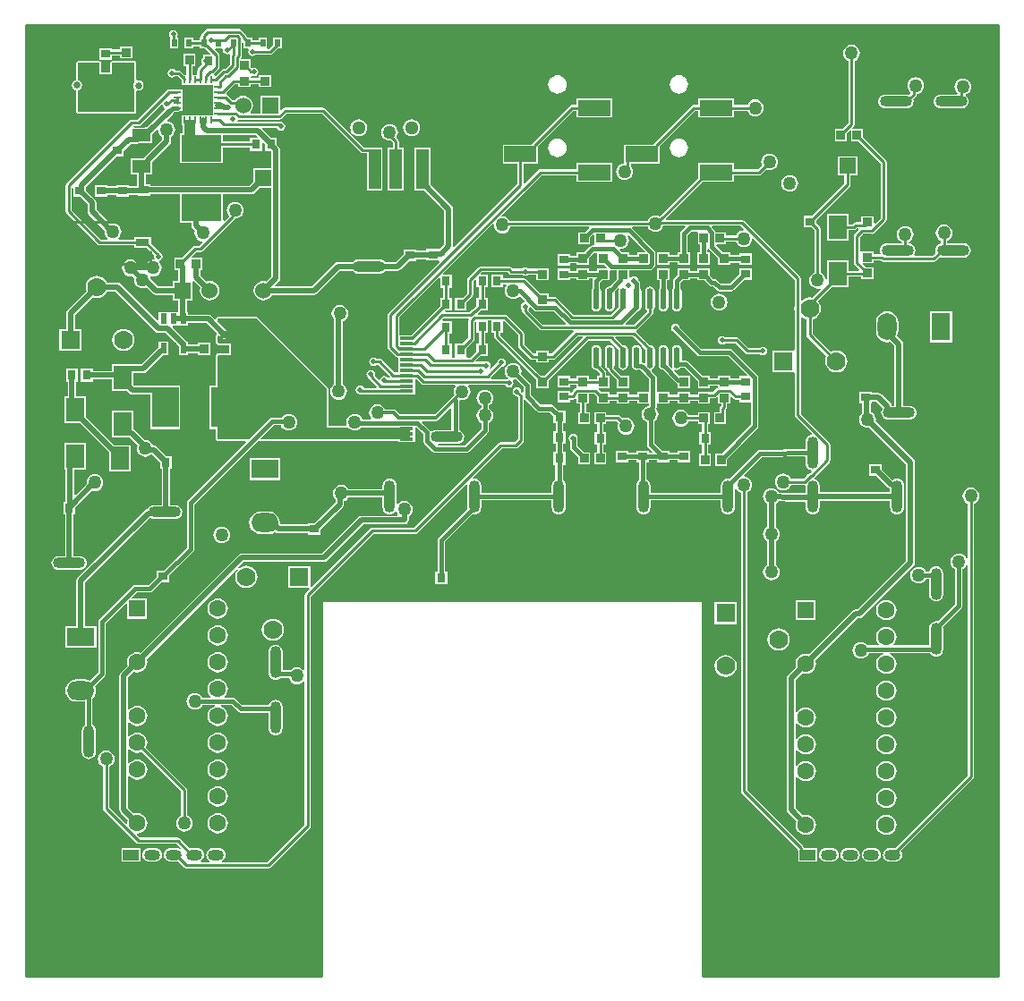
<source format=gtl>
G04*
G04 #@! TF.GenerationSoftware,Altium Limited,Altium Designer,20.2.6 (244)*
G04*
G04 Layer_Physical_Order=1*
G04 Layer_Color=255*
%FSLAX24Y24*%
%MOIN*%
G70*
G04*
G04 #@! TF.SameCoordinates,FA5C595E-BAF6-4CA8-81BB-533EFFED9D24*
G04*
G04*
G04 #@! TF.FilePolarity,Positive*
G04*
G01*
G75*
%ADD11C,0.0100*%
%ADD20R,0.1004X0.1004*%
%ADD21R,0.0262X0.0110*%
%ADD22R,0.0110X0.0262*%
%ADD23R,0.1181X0.2087*%
%ADD24R,0.0472X0.1496*%
%ADD25O,0.1200X0.0400*%
%ADD26O,0.0400X0.1200*%
%ADD27R,0.1200X0.0600*%
%ADD28R,0.0315X0.0354*%
%ADD29R,0.0354X0.0315*%
%ADD30R,0.0340X0.0318*%
%ADD31R,0.0200X0.0300*%
%ADD32R,0.0318X0.0340*%
%ADD33R,0.0669X0.0860*%
%ADD34R,0.0500X0.0300*%
%ADD35R,0.1496X0.0984*%
%ADD36R,0.0670X0.0475*%
%ADD37R,0.0984X0.1496*%
%ADD38R,0.0217X0.0394*%
%ADD39R,0.0512X0.0118*%
%ADD40R,0.0630X0.0787*%
%ADD41O,0.0226X0.0802*%
%ADD83C,0.0200*%
%ADD84C,0.0150*%
%ADD85C,0.0120*%
%ADD86C,0.0256*%
%ADD87O,0.0394X0.0827*%
%ADD88O,0.0394X0.0709*%
%ADD89C,0.0512*%
%ADD90C,0.0630*%
%ADD91R,0.0630X0.0630*%
%ADD92C,0.0700*%
%ADD93R,0.0700X0.0700*%
%ADD94R,0.0700X0.0700*%
%ADD95O,0.0600X0.0800*%
%ADD96O,0.0600X0.0400*%
%ADD97R,0.0600X0.0400*%
%ADD98O,0.0709X0.1024*%
%ADD99R,0.0709X0.1024*%
%ADD100R,0.0600X0.0600*%
%ADD101C,0.0600*%
%ADD102O,0.1024X0.0709*%
%ADD103R,0.1024X0.0709*%
%ADD104R,0.0600X0.0600*%
%ADD105C,0.0500*%
%ADD106C,0.0200*%
G36*
X16350Y41950D02*
X52500D01*
Y6615D01*
X52454Y6596D01*
X52450Y6600D01*
X41500D01*
Y20600D01*
X27300D01*
Y6600D01*
X27250Y6550D01*
X16300D01*
Y41935D01*
X16346Y41954D01*
X16350Y41950D01*
D02*
G37*
%LPC*%
G36*
X24242Y41857D02*
X24242Y41857D01*
X23084D01*
X23084Y41857D01*
X23041Y41849D01*
X23004Y41824D01*
X23004Y41824D01*
X22851Y41671D01*
X22826Y41634D01*
X22818Y41591D01*
X22818Y41591D01*
Y41535D01*
X22770D01*
Y41437D01*
X22530D01*
Y41535D01*
X22210D01*
Y41115D01*
X22530D01*
Y41213D01*
X22770D01*
Y41115D01*
X22969D01*
X22980Y41113D01*
X22980Y41113D01*
X22993D01*
X23173Y40933D01*
X23154Y40887D01*
X22907D01*
Y40780D01*
X22885Y40765D01*
X22849Y40712D01*
X22837Y40650D01*
X22849Y40588D01*
X22879Y40543D01*
X22719Y40384D01*
X22695Y40347D01*
X22686Y40304D01*
X22686Y40304D01*
Y40142D01*
X22509D01*
Y40462D01*
X22615D01*
Y40922D01*
X22178D01*
Y40462D01*
X22284D01*
Y40142D01*
X22224D01*
X22086Y40279D01*
X22050Y40304D01*
X22007Y40312D01*
X22007Y40312D01*
X21867D01*
X21865Y40315D01*
X21812Y40351D01*
X21750Y40363D01*
X21688Y40351D01*
X21635Y40315D01*
X21599Y40262D01*
X21587Y40200D01*
X21599Y40138D01*
X21635Y40085D01*
X21688Y40049D01*
X21750Y40037D01*
X21812Y40049D01*
X21865Y40085D01*
X21867Y40088D01*
X21960D01*
X22093Y39955D01*
Y39760D01*
X23260D01*
Y39380D01*
Y38986D01*
Y38640D01*
X22093D01*
Y38258D01*
X22143D01*
Y37954D01*
X22042D01*
Y36850D01*
X23658D01*
Y37438D01*
X24657D01*
Y37313D01*
X25092D01*
Y37607D01*
X25138Y37626D01*
X25208Y37556D01*
Y37313D01*
X25412D01*
X25437Y37288D01*
Y36676D01*
X25424Y36660D01*
X24790D01*
Y36171D01*
X24634Y36014D01*
X20937D01*
Y36069D01*
X20763D01*
Y36420D01*
X20995D01*
Y36840D01*
X20998Y36856D01*
Y36885D01*
X21665Y37552D01*
X21701Y37605D01*
X21713Y37668D01*
Y37834D01*
X21771Y37879D01*
X21821Y37944D01*
X21852Y38019D01*
X21863Y38100D01*
X21852Y38181D01*
X21821Y38256D01*
X21771Y38321D01*
X21706Y38371D01*
X21631Y38402D01*
X21578Y38409D01*
X21560Y38462D01*
X21776Y38678D01*
X21776Y38678D01*
X21812Y38731D01*
X21817Y38758D01*
X21819Y38760D01*
X21942D01*
X21995Y38771D01*
X22023Y38790D01*
X22140D01*
Y39183D01*
Y39610D01*
X21758D01*
Y39602D01*
X21636D01*
X21636Y39602D01*
X21594Y39594D01*
X21557Y39569D01*
X21557Y39569D01*
X20450Y38462D01*
X20234D01*
X20234Y38462D01*
X20191Y38454D01*
X20155Y38429D01*
X20155Y38429D01*
X17821Y36095D01*
X17796Y36059D01*
X17788Y36016D01*
X17788Y36016D01*
Y35050D01*
X17788Y35050D01*
X17796Y35007D01*
X17821Y34971D01*
X18971Y33821D01*
X18971Y33821D01*
X19007Y33796D01*
X19050Y33788D01*
X19050Y33788D01*
X20346D01*
Y33690D01*
X20807D01*
X21080Y33417D01*
X21073Y33380D01*
X21085Y33318D01*
X21092Y33308D01*
X21063Y33261D01*
X21050Y33263D01*
X20969Y33252D01*
X20894Y33221D01*
X20829Y33171D01*
X20784Y33113D01*
X20466D01*
X20421Y33171D01*
X20356Y33221D01*
X20281Y33252D01*
X20200Y33263D01*
X20119Y33252D01*
X20044Y33221D01*
X19979Y33171D01*
X19929Y33106D01*
X19898Y33031D01*
X19887Y32950D01*
X19898Y32869D01*
X19929Y32794D01*
X19979Y32729D01*
X20044Y32679D01*
X20119Y32648D01*
X20200Y32637D01*
X20272Y32647D01*
X20347Y32572D01*
X20337Y32500D01*
X20348Y32419D01*
X20379Y32344D01*
X20429Y32279D01*
X20494Y32229D01*
X20569Y32198D01*
X20650Y32187D01*
X20731Y32198D01*
X20795Y32224D01*
X21035Y31985D01*
X21088Y31949D01*
X21150Y31937D01*
X21790D01*
Y31740D01*
X21987D01*
Y31350D01*
X21968Y31308D01*
X21632D01*
X21632Y31308D01*
X21594D01*
Y31308D01*
X21582Y31308D01*
X21258D01*
Y30984D01*
X21212Y30965D01*
X19826Y32350D01*
X19773Y32386D01*
X19711Y32398D01*
X19321D01*
X19303Y32442D01*
X19237Y32527D01*
X19152Y32593D01*
X19052Y32634D01*
X18945Y32649D01*
X18838Y32634D01*
X18738Y32593D01*
X18653Y32527D01*
X18587Y32442D01*
X18546Y32342D01*
X18531Y32235D01*
X18546Y32128D01*
X18564Y32084D01*
X17850Y31370D01*
X17814Y31317D01*
X17802Y31255D01*
Y30675D01*
X17555D01*
Y29855D01*
X18375D01*
Y30675D01*
X18128D01*
Y31187D01*
X18794Y31854D01*
X18838Y31836D01*
X18945Y31821D01*
X19052Y31836D01*
X19152Y31877D01*
X19237Y31943D01*
X19303Y32028D01*
X19321Y32072D01*
X19643D01*
X21136Y30579D01*
X21189Y30544D01*
X21252Y30531D01*
X21518D01*
X22003Y30047D01*
Y29957D01*
X22006Y29941D01*
Y29692D01*
X22342D01*
Y29768D01*
X22720D01*
Y29713D01*
X23180D01*
Y30150D01*
X22720D01*
Y30095D01*
X22342D01*
Y30206D01*
X22297D01*
X22281Y30230D01*
X21763Y30748D01*
X21782Y30794D01*
X21968D01*
Y30794D01*
X22006D01*
Y30794D01*
X22342D01*
Y30888D01*
X23037D01*
X23418Y30507D01*
X23404Y30456D01*
X23399Y30444D01*
X23390Y30435D01*
Y30422D01*
X23385Y30410D01*
Y30187D01*
X23389Y30178D01*
X23388Y30169D01*
X23400Y30124D01*
X23411Y30111D01*
X23417Y30096D01*
X23426Y30092D01*
X23431Y30085D01*
X23448Y30083D01*
X23463Y30077D01*
X23872Y30077D01*
Y29772D01*
X23500D01*
X23463Y29772D01*
X23448Y29766D01*
X23431Y29764D01*
X23426Y29756D01*
X23417Y29753D01*
X23411Y29738D01*
X23400Y29725D01*
X23388Y29680D01*
X23389Y29671D01*
X23385Y29662D01*
Y28558D01*
X23150D01*
Y26942D01*
X23385D01*
Y26550D01*
X23404Y26504D01*
X23450Y26485D01*
X24475D01*
X24494Y26439D01*
X22353Y24297D01*
X22323Y24253D01*
X22312Y24200D01*
Y22536D01*
X21443Y21666D01*
X21163D01*
Y21426D01*
X20868Y21131D01*
X20373D01*
X20320Y21121D01*
X20275Y21091D01*
X19053Y19868D01*
X19023Y19824D01*
X19012Y19771D01*
Y17900D01*
X18687Y17574D01*
X18616Y17604D01*
X18507Y17618D01*
X18193D01*
X18084Y17604D01*
X17984Y17562D01*
X17897Y17495D01*
X17831Y17409D01*
X17789Y17308D01*
X17775Y17200D01*
X17789Y17092D01*
X17831Y16991D01*
X17897Y16904D01*
X17984Y16838D01*
X18084Y16796D01*
X18193Y16782D01*
X18507D01*
X18512Y16778D01*
Y15932D01*
X18465Y15895D01*
X18423Y15841D01*
X18397Y15778D01*
X18388Y15710D01*
Y14910D01*
X18397Y14842D01*
X18423Y14779D01*
X18465Y14725D01*
X18519Y14683D01*
X18582Y14657D01*
X18650Y14648D01*
X18718Y14657D01*
X18781Y14683D01*
X18835Y14725D01*
X18877Y14779D01*
X18903Y14842D01*
X18912Y14910D01*
Y15710D01*
X18903Y15778D01*
X18877Y15841D01*
X18835Y15895D01*
X18788Y15932D01*
Y16893D01*
X18803Y16904D01*
X18869Y16991D01*
X18911Y17092D01*
X18925Y17200D01*
X18911Y17308D01*
X18882Y17379D01*
X19247Y17745D01*
X19247Y17745D01*
X19277Y17790D01*
X19288Y17843D01*
Y19714D01*
X20029Y20455D01*
X20075Y20436D01*
Y19875D01*
X20825D01*
Y20625D01*
X20264D01*
X20245Y20671D01*
X20430Y20856D01*
X20925D01*
X20978Y20866D01*
X21022Y20896D01*
X21357Y21231D01*
X21637D01*
Y21472D01*
X22547Y22382D01*
X22547Y22382D01*
X22577Y22427D01*
X22588Y22479D01*
Y24143D01*
X24963Y26518D01*
X25014Y26504D01*
X25026Y26499D01*
X25035Y26490D01*
X25048D01*
X25060Y26485D01*
X30161D01*
Y26460D01*
X30793D01*
Y26657D01*
Y26991D01*
X30843Y27012D01*
X31097Y26758D01*
Y26511D01*
X31108Y26459D01*
X31138Y26414D01*
X31449Y26103D01*
X31494Y26073D01*
X31546Y26062D01*
X32700D01*
X32753Y26073D01*
X32797Y26103D01*
X33497Y26803D01*
X33497Y26803D01*
X33527Y26847D01*
X33538Y26900D01*
Y27171D01*
X33556Y27179D01*
X33621Y27229D01*
X33671Y27294D01*
X33702Y27369D01*
X33713Y27450D01*
X33702Y27531D01*
X33671Y27606D01*
X33621Y27671D01*
X33556Y27721D01*
X33538Y27729D01*
Y27821D01*
X33556Y27829D01*
X33621Y27879D01*
X33671Y27944D01*
X33702Y28019D01*
X33713Y28100D01*
X33702Y28181D01*
X33671Y28256D01*
X33621Y28321D01*
X33556Y28371D01*
X33481Y28402D01*
X33400Y28413D01*
X33319Y28402D01*
X33244Y28371D01*
X33179Y28321D01*
X33129Y28256D01*
X33098Y28181D01*
X33087Y28100D01*
X33098Y28019D01*
X33129Y27944D01*
X33179Y27879D01*
X33244Y27829D01*
X33262Y27821D01*
Y27729D01*
X33244Y27721D01*
X33179Y27671D01*
X33129Y27606D01*
X33098Y27531D01*
X33087Y27450D01*
X33098Y27369D01*
X33129Y27294D01*
X33179Y27229D01*
X33244Y27179D01*
X33262Y27171D01*
Y26957D01*
X32643Y26338D01*
X31657D01*
X31657Y26338D01*
X31684Y26388D01*
X32370D01*
X32438Y26397D01*
X32501Y26423D01*
X32555Y26465D01*
X32597Y26519D01*
X32623Y26582D01*
X32632Y26650D01*
X32623Y26718D01*
X32597Y26781D01*
X32555Y26835D01*
X32501Y26877D01*
X32438Y26903D01*
X32433Y26904D01*
Y27990D01*
X32431Y28000D01*
X32460Y28029D01*
X32474Y28037D01*
X32550Y28027D01*
X32631Y28038D01*
X32706Y28069D01*
X32771Y28119D01*
X32821Y28184D01*
X32852Y28259D01*
X32863Y28340D01*
X32852Y28421D01*
X32821Y28496D01*
X32789Y28538D01*
X32814Y28588D01*
X34149D01*
X34149Y28588D01*
X34185Y28535D01*
X34238Y28499D01*
X34300Y28487D01*
X34362Y28499D01*
X34415Y28535D01*
X34451Y28588D01*
X34463Y28650D01*
X34451Y28712D01*
X34433Y28739D01*
X34441Y28762D01*
X34460Y28789D01*
X34531Y28798D01*
X34550Y28806D01*
X34837Y28518D01*
Y28322D01*
X34787Y28301D01*
X34752Y28336D01*
X34753Y28340D01*
X34740Y28402D01*
X34705Y28455D01*
X34652Y28490D01*
X34590Y28503D01*
X34527Y28490D01*
X34474Y28455D01*
X34439Y28402D01*
X34427Y28340D01*
X34439Y28277D01*
X34474Y28224D01*
X34527Y28189D01*
X34590Y28177D01*
X34593Y28177D01*
X34628Y28143D01*
Y26568D01*
X34512Y26452D01*
X33990D01*
X33947Y26444D01*
X33911Y26419D01*
X33911Y26419D01*
X30754Y23262D01*
X29200D01*
X29200Y23262D01*
X29157Y23254D01*
X29121Y23229D01*
X29121Y23229D01*
X26945Y21054D01*
X26895Y21074D01*
Y21845D01*
X26075D01*
Y21025D01*
X26846D01*
X26866Y20975D01*
X26721Y20829D01*
X26696Y20793D01*
X26688Y20750D01*
X26688Y20750D01*
Y17966D01*
X26638Y17949D01*
X26621Y17971D01*
X26556Y18021D01*
X26481Y18052D01*
X26400Y18063D01*
X26319Y18052D01*
X26244Y18021D01*
X26179Y17971D01*
X26166Y17955D01*
X25862D01*
Y18650D01*
X25853Y18718D01*
X25827Y18781D01*
X25785Y18835D01*
X25731Y18877D01*
X25668Y18903D01*
X25600Y18912D01*
X25532Y18903D01*
X25469Y18877D01*
X25415Y18835D01*
X25373Y18781D01*
X25347Y18718D01*
X25338Y18650D01*
Y17850D01*
X25347Y17782D01*
X25373Y17719D01*
X25415Y17665D01*
X25469Y17623D01*
X25532Y17597D01*
X25600Y17588D01*
X25668Y17597D01*
X25731Y17623D01*
X25785Y17665D01*
X25797Y17679D01*
X26097D01*
X26098Y17669D01*
X26129Y17594D01*
X26179Y17529D01*
X26244Y17479D01*
X26319Y17448D01*
X26400Y17437D01*
X26481Y17448D01*
X26556Y17479D01*
X26621Y17529D01*
X26638Y17551D01*
X26688Y17534D01*
Y12196D01*
X25295Y10804D01*
X23623D01*
X23612Y10851D01*
X23612Y10854D01*
X23665Y10895D01*
X23707Y10949D01*
X23733Y11012D01*
X23742Y11080D01*
X23733Y11148D01*
X23707Y11211D01*
X23665Y11265D01*
X23611Y11307D01*
X23548Y11333D01*
X23480Y11342D01*
X23280D01*
X23212Y11333D01*
X23149Y11307D01*
X23095Y11265D01*
X23053Y11211D01*
X23027Y11148D01*
X23018Y11080D01*
X23027Y11012D01*
X23053Y10949D01*
X23095Y10895D01*
X23148Y10854D01*
X23148Y10851D01*
X23137Y10804D01*
X22833D01*
X22822Y10851D01*
X22822Y10854D01*
X22875Y10895D01*
X22917Y10949D01*
X22943Y11012D01*
X22952Y11080D01*
X22943Y11148D01*
X22917Y11211D01*
X22875Y11265D01*
X22821Y11307D01*
X22758Y11333D01*
X22690Y11342D01*
X22490D01*
X22422Y11333D01*
X22403Y11325D01*
X22044Y11685D01*
X22007Y11709D01*
X21964Y11718D01*
X21964Y11718D01*
X20540D01*
X20429Y11829D01*
X20434Y11840D01*
X20456Y11873D01*
X20548Y11885D01*
X20639Y11922D01*
X20717Y11983D01*
X20778Y12061D01*
X20815Y12152D01*
X20828Y12250D01*
X20815Y12348D01*
X20778Y12439D01*
X20717Y12517D01*
X20639Y12578D01*
X20548Y12615D01*
X20450Y12628D01*
X20352Y12615D01*
X20326Y12605D01*
X20113Y12818D01*
Y13991D01*
X20163Y14008D01*
X20183Y13983D01*
X20261Y13922D01*
X20352Y13885D01*
X20450Y13872D01*
X20548Y13885D01*
X20639Y13922D01*
X20717Y13983D01*
X20778Y14061D01*
X20815Y14152D01*
X20828Y14250D01*
X20815Y14348D01*
X20778Y14439D01*
X20717Y14517D01*
X20639Y14578D01*
X20548Y14615D01*
X20450Y14628D01*
X20352Y14615D01*
X20261Y14578D01*
X20183Y14517D01*
X20163Y14492D01*
X20113Y14509D01*
Y14991D01*
X20163Y15008D01*
X20183Y14983D01*
X20261Y14922D01*
X20352Y14885D01*
X20450Y14872D01*
X20548Y14885D01*
X20625Y14917D01*
X22088Y13454D01*
Y12542D01*
X22048Y12525D01*
X21983Y12476D01*
X21934Y12411D01*
X21903Y12335D01*
X21892Y12255D01*
X21903Y12174D01*
X21934Y12098D01*
X21983Y12033D01*
X22048Y11984D01*
X22124Y11953D01*
X22205Y11942D01*
X22285Y11953D01*
X22361Y11984D01*
X22426Y12033D01*
X22475Y12098D01*
X22507Y12174D01*
X22517Y12255D01*
X22507Y12335D01*
X22475Y12411D01*
X22426Y12476D01*
X22361Y12525D01*
X22312Y12546D01*
Y13500D01*
X22312Y13500D01*
X22304Y13543D01*
X22279Y13579D01*
X22279Y13579D01*
X20783Y15075D01*
X20815Y15152D01*
X20828Y15250D01*
X20815Y15348D01*
X20778Y15439D01*
X20717Y15517D01*
X20639Y15578D01*
X20548Y15615D01*
X20450Y15628D01*
X20352Y15615D01*
X20261Y15578D01*
X20183Y15517D01*
X20163Y15492D01*
X20113Y15509D01*
Y15991D01*
X20163Y16008D01*
X20183Y15983D01*
X20261Y15922D01*
X20352Y15885D01*
X20450Y15872D01*
X20548Y15885D01*
X20639Y15922D01*
X20717Y15983D01*
X20778Y16061D01*
X20815Y16152D01*
X20828Y16250D01*
X20815Y16348D01*
X20778Y16439D01*
X20717Y16517D01*
X20639Y16578D01*
X20548Y16615D01*
X20450Y16628D01*
X20352Y16615D01*
X20261Y16578D01*
X20183Y16517D01*
X20163Y16492D01*
X20113Y16509D01*
Y17682D01*
X20326Y17895D01*
X20352Y17885D01*
X20450Y17872D01*
X20548Y17885D01*
X20639Y17922D01*
X20717Y17983D01*
X20778Y18061D01*
X20815Y18152D01*
X20828Y18250D01*
X20815Y18348D01*
X20805Y18374D01*
X24164Y21734D01*
X24202Y21701D01*
X24157Y21642D01*
X24116Y21542D01*
X24101Y21435D01*
X24116Y21328D01*
X24157Y21228D01*
X24223Y21143D01*
X24308Y21077D01*
X24408Y21036D01*
X24515Y21021D01*
X24622Y21036D01*
X24722Y21077D01*
X24807Y21143D01*
X24873Y21228D01*
X24914Y21328D01*
X24929Y21435D01*
X24914Y21542D01*
X24873Y21642D01*
X24807Y21727D01*
X24722Y21793D01*
X24622Y21834D01*
X24515Y21849D01*
X24408Y21834D01*
X24308Y21793D01*
X24249Y21748D01*
X24216Y21786D01*
X24418Y21987D01*
X27400D01*
X27462Y21999D01*
X27515Y22035D01*
X28868Y23387D01*
X30400D01*
X30462Y23399D01*
X30515Y23435D01*
X30551Y23488D01*
X30563Y23550D01*
Y23684D01*
X30621Y23729D01*
X30671Y23794D01*
X30702Y23869D01*
X30713Y23950D01*
X30702Y24031D01*
X30671Y24106D01*
X30621Y24171D01*
X30556Y24221D01*
X30481Y24252D01*
X30400Y24263D01*
X30319Y24252D01*
X30244Y24221D01*
X30179Y24171D01*
X30162Y24149D01*
X30112Y24166D01*
Y24830D01*
X30103Y24898D01*
X30077Y24961D01*
X30035Y25015D01*
X29981Y25057D01*
X29918Y25083D01*
X29850Y25092D01*
X29782Y25083D01*
X29719Y25057D01*
X29665Y25015D01*
X29623Y24961D01*
X29597Y24898D01*
X29588Y24830D01*
Y24713D01*
X28316D01*
X28271Y24771D01*
X28206Y24821D01*
X28131Y24852D01*
X28050Y24863D01*
X27969Y24852D01*
X27894Y24821D01*
X27829Y24771D01*
X27779Y24706D01*
X27748Y24631D01*
X27737Y24550D01*
X27748Y24469D01*
X27779Y24394D01*
X27829Y24329D01*
X27829Y24328D01*
Y24216D01*
X27056Y23443D01*
X26813D01*
Y23389D01*
X25809D01*
X25769Y23433D01*
X25771Y23450D01*
X25757Y23558D01*
X25715Y23659D01*
X25649Y23746D01*
X25562Y23812D01*
X25462Y23854D01*
X25354Y23868D01*
X25039D01*
X24930Y23854D01*
X24830Y23812D01*
X24743Y23746D01*
X24677Y23659D01*
X24635Y23558D01*
X24621Y23450D01*
X24635Y23342D01*
X24677Y23241D01*
X24743Y23154D01*
X24830Y23088D01*
X24930Y23046D01*
X25039Y23032D01*
X25354D01*
X25462Y23046D01*
X25562Y23088D01*
X25596Y23114D01*
X25600Y23110D01*
X25653Y23075D01*
X25716Y23062D01*
X26813D01*
Y23008D01*
X27287D01*
Y23212D01*
X28108Y24033D01*
X28143Y24086D01*
X28156Y24148D01*
Y24258D01*
X28206Y24279D01*
X28271Y24329D01*
X28316Y24387D01*
X29588D01*
Y24030D01*
X29597Y23962D01*
X29623Y23899D01*
X29665Y23845D01*
X29719Y23803D01*
X29782Y23777D01*
X29850Y23768D01*
X29918Y23777D01*
X29981Y23803D01*
X30035Y23845D01*
X30049Y23862D01*
X30061Y23864D01*
X30105Y23853D01*
X30129Y23794D01*
X30153Y23763D01*
X30128Y23713D01*
X28800D01*
X28738Y23701D01*
X28685Y23665D01*
X27332Y22313D01*
X24350D01*
X24288Y22301D01*
X24235Y22265D01*
X20574Y18605D01*
X20548Y18615D01*
X20450Y18628D01*
X20352Y18615D01*
X20261Y18578D01*
X20183Y18517D01*
X20122Y18439D01*
X20085Y18348D01*
X20072Y18250D01*
X20085Y18152D01*
X20095Y18126D01*
X19835Y17865D01*
X19799Y17812D01*
X19787Y17750D01*
Y12750D01*
X19799Y12688D01*
X19835Y12635D01*
X20095Y12374D01*
X20085Y12348D01*
X20073Y12256D01*
X20040Y12234D01*
X20029Y12229D01*
X19406Y12852D01*
Y14367D01*
X19450Y14385D01*
X19515Y14435D01*
X19565Y14500D01*
X19596Y14575D01*
X19607Y14656D01*
X19596Y14737D01*
X19565Y14812D01*
X19515Y14877D01*
X19450Y14927D01*
X19375Y14958D01*
X19294Y14969D01*
X19213Y14958D01*
X19138Y14927D01*
X19073Y14877D01*
X19023Y14812D01*
X18992Y14737D01*
X18981Y14656D01*
X18992Y14575D01*
X19023Y14500D01*
X19073Y14435D01*
X19138Y14385D01*
X19182Y14367D01*
Y12805D01*
X19182Y12805D01*
X19190Y12762D01*
X19215Y12726D01*
X20414Y11526D01*
X20414Y11526D01*
X20450Y11502D01*
X20493Y11494D01*
X20493Y11494D01*
X21918D01*
X22075Y11337D01*
X22042Y11299D01*
X22031Y11307D01*
X21968Y11333D01*
X21900Y11342D01*
X21700D01*
X21632Y11333D01*
X21569Y11307D01*
X21515Y11265D01*
X21473Y11211D01*
X21447Y11148D01*
X21438Y11080D01*
X21447Y11012D01*
X21473Y10949D01*
X21515Y10895D01*
X21569Y10853D01*
X21632Y10827D01*
X21700Y10818D01*
X21900D01*
X21968Y10827D01*
X21987Y10835D01*
X22209Y10612D01*
X22209Y10612D01*
X22246Y10588D01*
X22289Y10579D01*
X22289Y10579D01*
X25341D01*
X25341Y10579D01*
X25384Y10588D01*
X25421Y10612D01*
X26879Y12071D01*
X26879Y12071D01*
X26904Y12107D01*
X26912Y12150D01*
Y20704D01*
X29246Y23038D01*
X30800D01*
X30800Y23038D01*
X30843Y23046D01*
X30879Y23071D01*
X32695Y24886D01*
X32742Y24863D01*
X32738Y24830D01*
Y24030D01*
X32746Y23970D01*
X31678Y22903D01*
X31648Y22858D01*
X31638Y22806D01*
Y21637D01*
X31558D01*
Y21163D01*
X31993D01*
Y21637D01*
X31913D01*
Y22749D01*
X32940Y23776D01*
X33000Y23768D01*
X33068Y23777D01*
X33131Y23803D01*
X33185Y23845D01*
X33227Y23899D01*
X33253Y23962D01*
X33262Y24030D01*
Y24292D01*
X35888D01*
Y24030D01*
X35897Y23962D01*
X35923Y23899D01*
X35965Y23845D01*
X36019Y23803D01*
X36082Y23777D01*
X36150Y23768D01*
X36218Y23777D01*
X36281Y23803D01*
X36335Y23845D01*
X36377Y23899D01*
X36403Y23962D01*
X36412Y24030D01*
Y24830D01*
X36403Y24898D01*
X36377Y24961D01*
X36335Y25015D01*
X36300Y25042D01*
Y25613D01*
X36393D01*
Y26087D01*
X36313D01*
Y26388D01*
X36393D01*
Y26862D01*
X36313D01*
Y27163D01*
X36393D01*
Y27637D01*
X36153D01*
X35978Y27812D01*
X35934Y27841D01*
X35881Y27852D01*
X35476D01*
X35112Y28216D01*
Y28575D01*
X35102Y28628D01*
X35072Y28673D01*
X34744Y29000D01*
X34752Y29019D01*
X34763Y29100D01*
X34752Y29181D01*
X34721Y29256D01*
X34671Y29321D01*
X34606Y29371D01*
X34531Y29402D01*
X34450Y29413D01*
X34369Y29402D01*
X34294Y29371D01*
X34229Y29321D01*
X34179Y29256D01*
X34148Y29181D01*
X34137Y29100D01*
X34148Y29019D01*
X34179Y28944D01*
X34229Y28879D01*
X34259Y28856D01*
X34238Y28809D01*
X34223Y28812D01*
X34223Y28812D01*
X33641D01*
X33621Y28862D01*
X34012Y29254D01*
X34016Y29253D01*
X34079Y29265D01*
X34132Y29301D01*
X34167Y29354D01*
X34179Y29416D01*
X34167Y29479D01*
X34132Y29532D01*
X34079Y29567D01*
X34016Y29579D01*
X33954Y29567D01*
X33901Y29532D01*
X33865Y29479D01*
X33853Y29416D01*
X33854Y29412D01*
X33624Y29183D01*
X33586Y29215D01*
X33601Y29238D01*
X33613Y29300D01*
X33601Y29362D01*
X33565Y29415D01*
X33512Y29451D01*
X33450Y29463D01*
X33395Y29452D01*
X33075D01*
X33056Y29498D01*
X33220Y29663D01*
X33516D01*
Y30137D01*
X33411D01*
Y30515D01*
X33516D01*
Y30988D01*
X33633D01*
Y30515D01*
X33738D01*
Y30397D01*
X33738Y30397D01*
X33746Y30354D01*
X33771Y30317D01*
X35320Y28768D01*
Y28478D01*
X35780D01*
Y28768D01*
X37250Y30238D01*
X38052D01*
X38377Y29913D01*
X38374Y29898D01*
Y29322D01*
X38387Y29254D01*
X38425Y29197D01*
X38482Y29159D01*
X38550Y29145D01*
X38617Y29159D01*
X38675Y29197D01*
X38713Y29254D01*
X38726Y29322D01*
Y29898D01*
X38713Y29966D01*
X38675Y30023D01*
X38617Y30061D01*
X38550Y30074D01*
X38535Y30071D01*
X38255Y30352D01*
X38274Y30398D01*
X38894D01*
X39250Y30042D01*
X39254Y30036D01*
X39377Y29913D01*
X39374Y29898D01*
Y29408D01*
X39327Y29389D01*
X39311Y29405D01*
X39267Y29435D01*
X39226Y29443D01*
Y29898D01*
X39213Y29966D01*
X39175Y30023D01*
X39118Y30061D01*
X39050Y30074D01*
X38983Y30061D01*
X38925Y30023D01*
X38887Y29966D01*
X38874Y29898D01*
Y29322D01*
X38887Y29254D01*
X38925Y29197D01*
X38983Y29159D01*
X39050Y29145D01*
X39118Y29159D01*
X39135Y29170D01*
X39157D01*
X39203Y29125D01*
X39205Y29122D01*
X39517Y28809D01*
Y28322D01*
X39074D01*
Y28216D01*
X38783D01*
Y28322D01*
X38323D01*
Y28216D01*
X38033D01*
Y28322D01*
X37731D01*
X37625Y28428D01*
X37646Y28478D01*
X38033D01*
Y28915D01*
X37915D01*
Y29069D01*
X37906Y29112D01*
X37882Y29148D01*
X37882Y29148D01*
X37723Y29307D01*
X37726Y29322D01*
Y29898D01*
X37713Y29966D01*
X37675Y30023D01*
X37617Y30061D01*
X37550Y30074D01*
X37483Y30061D01*
X37425Y30023D01*
X37387Y29966D01*
X37374Y29898D01*
Y29322D01*
X37387Y29254D01*
X37425Y29197D01*
X37483Y29159D01*
X37550Y29145D01*
X37565Y29148D01*
X37690Y29023D01*
Y28915D01*
X37572D01*
Y28809D01*
X37282D01*
Y28915D01*
X36822D01*
Y28816D01*
X36580D01*
Y28921D01*
X36105D01*
Y28486D01*
X36580D01*
Y28591D01*
X36822D01*
Y28481D01*
X36793Y28476D01*
X36757Y28452D01*
X36757Y28452D01*
X36674Y28368D01*
X36649Y28332D01*
X36648Y28328D01*
X36592Y28297D01*
X36580Y28302D01*
Y28370D01*
X36105D01*
Y27935D01*
X36580D01*
Y28040D01*
X36670D01*
X36670Y28040D01*
X36713Y28049D01*
X36749Y28073D01*
X36775Y28100D01*
X36822Y28081D01*
Y27885D01*
X36940D01*
Y27580D01*
X36885D01*
Y27120D01*
X37322D01*
Y27580D01*
X37164D01*
Y27885D01*
X37282D01*
Y28260D01*
X37476D01*
X37572Y28164D01*
Y27885D01*
X38033D01*
Y27991D01*
X38323D01*
Y27885D01*
X38783D01*
Y27991D01*
X39074D01*
Y27885D01*
X39517D01*
Y27819D01*
X39510Y27807D01*
X39469Y27802D01*
X39394Y27771D01*
X39329Y27721D01*
X39279Y27656D01*
X39248Y27581D01*
X39237Y27500D01*
X39248Y27419D01*
X39279Y27344D01*
X39329Y27279D01*
X39394Y27229D01*
X39441Y27210D01*
Y26359D01*
X39452Y26307D01*
X39481Y26262D01*
X39635Y26108D01*
X39616Y26062D01*
X39504D01*
Y26142D01*
X39030D01*
Y26062D01*
X38737D01*
Y26142D01*
X38263D01*
Y25707D01*
X38737D01*
Y25787D01*
X39030D01*
Y25707D01*
X39146D01*
Y25039D01*
X39115Y25015D01*
X39073Y24961D01*
X39047Y24898D01*
X39038Y24830D01*
Y24030D01*
X39047Y23962D01*
X39073Y23899D01*
X39115Y23845D01*
X39169Y23803D01*
X39232Y23777D01*
X39300Y23768D01*
X39368Y23777D01*
X39431Y23803D01*
X39485Y23845D01*
X39527Y23899D01*
X39553Y23962D01*
X39562Y24030D01*
Y24292D01*
X42188D01*
Y24030D01*
X42197Y23962D01*
X42223Y23899D01*
X42265Y23845D01*
X42319Y23803D01*
X42382Y23777D01*
X42450Y23768D01*
X42518Y23777D01*
X42581Y23803D01*
X42635Y23845D01*
X42677Y23899D01*
X42703Y23962D01*
X42712Y24030D01*
Y24704D01*
X42762Y24714D01*
X42764Y24709D01*
X42814Y24644D01*
X42879Y24594D01*
X42938Y24570D01*
Y13450D01*
X42938Y13450D01*
X42946Y13407D01*
X42971Y13371D01*
X45058Y11284D01*
Y11230D01*
X45058Y11230D01*
X45060Y11219D01*
Y10820D01*
X45780D01*
Y11340D01*
X45280D01*
X45274Y11373D01*
X45249Y11409D01*
X45249Y11409D01*
X43162Y13496D01*
Y24582D01*
X43191Y24594D01*
X43256Y24644D01*
X43306Y24709D01*
X43337Y24784D01*
X43348Y24865D01*
X43337Y24946D01*
X43306Y25021D01*
X43256Y25086D01*
X43191Y25136D01*
X43116Y25167D01*
X43060Y25174D01*
X43042Y25227D01*
X43704Y25890D01*
X45302Y25926D01*
X45338Y25891D01*
Y25670D01*
X45347Y25602D01*
X45373Y25539D01*
X45415Y25485D01*
X45469Y25443D01*
X45532Y25417D01*
X45553Y25414D01*
X45571Y25361D01*
X45520Y25311D01*
X45486Y25304D01*
X45449Y25279D01*
X45449Y25279D01*
X45391Y25221D01*
X45385Y25212D01*
X45260Y25087D01*
X44794D01*
X44776Y25131D01*
X44726Y25196D01*
X44661Y25246D01*
X44586Y25277D01*
X44505Y25288D01*
X44424Y25277D01*
X44349Y25246D01*
X44284Y25196D01*
X44234Y25131D01*
X44203Y25056D01*
X44192Y24975D01*
X44203Y24894D01*
X44234Y24819D01*
X44284Y24754D01*
X44349Y24704D01*
X44424Y24673D01*
X44505Y24662D01*
X44586Y24673D01*
X44661Y24704D01*
X44726Y24754D01*
X44776Y24819D01*
X44794Y24863D01*
X45292D01*
X45321Y24842D01*
X45338Y24818D01*
Y24562D01*
X45308Y24558D01*
X44838D01*
X44343Y24581D01*
X44341Y24586D01*
X44291Y24651D01*
X44226Y24701D01*
X44151Y24732D01*
X44070Y24743D01*
X43989Y24732D01*
X43914Y24701D01*
X43849Y24651D01*
X43799Y24586D01*
X43768Y24511D01*
X43757Y24430D01*
X43768Y24349D01*
X43799Y24274D01*
X43849Y24209D01*
X43907Y24164D01*
Y23296D01*
X43849Y23251D01*
X43799Y23186D01*
X43768Y23111D01*
X43757Y23030D01*
X43768Y22949D01*
X43799Y22874D01*
X43849Y22809D01*
X43907Y22764D01*
Y21886D01*
X43849Y21841D01*
X43799Y21776D01*
X43768Y21701D01*
X43757Y21620D01*
X43768Y21539D01*
X43799Y21464D01*
X43849Y21399D01*
X43914Y21349D01*
X43989Y21318D01*
X44070Y21307D01*
X44151Y21318D01*
X44226Y21349D01*
X44291Y21399D01*
X44341Y21464D01*
X44372Y21539D01*
X44383Y21620D01*
X44372Y21701D01*
X44341Y21776D01*
X44291Y21841D01*
X44233Y21886D01*
Y22764D01*
X44291Y22809D01*
X44341Y22874D01*
X44372Y22949D01*
X44383Y23030D01*
X44372Y23111D01*
X44341Y23186D01*
X44291Y23251D01*
X44233Y23296D01*
Y24164D01*
X44291Y24209D01*
X44326Y24255D01*
X44827Y24232D01*
X44831Y24233D01*
X44835Y24232D01*
X45318D01*
X45338Y24185D01*
Y24030D01*
X45347Y23962D01*
X45373Y23899D01*
X45415Y23845D01*
X45469Y23803D01*
X45532Y23777D01*
X45600Y23768D01*
X45668Y23777D01*
X45731Y23803D01*
X45785Y23845D01*
X45827Y23899D01*
X45853Y23962D01*
X45862Y24030D01*
Y24267D01*
X48488D01*
Y24030D01*
X48497Y23962D01*
X48523Y23899D01*
X48565Y23845D01*
X48619Y23803D01*
X48682Y23777D01*
X48750Y23768D01*
X48818Y23777D01*
X48881Y23803D01*
X48935Y23845D01*
X48977Y23899D01*
X49003Y23962D01*
X49012Y24030D01*
Y24830D01*
X49003Y24898D01*
X48977Y24961D01*
X48935Y25015D01*
X48881Y25057D01*
X48818Y25083D01*
X48750Y25092D01*
X48682Y25083D01*
X48619Y25057D01*
X48590Y25035D01*
X48187Y25438D01*
Y25642D01*
X47713D01*
Y25207D01*
X47956D01*
X48411Y24753D01*
X48463Y24718D01*
X48488Y24713D01*
Y24593D01*
X45862D01*
Y24830D01*
X45853Y24898D01*
X45827Y24961D01*
X45785Y25015D01*
X45731Y25057D01*
X45676Y25080D01*
X45671Y25087D01*
X45665Y25103D01*
X45662Y25135D01*
X46229Y25702D01*
X46229Y25702D01*
X46254Y25739D01*
X46262Y25782D01*
X46262Y25782D01*
Y26358D01*
X46262Y26358D01*
X46254Y26401D01*
X46229Y26438D01*
X46229Y26438D01*
X45160Y27507D01*
Y31125D01*
X45210Y31137D01*
X45288Y31077D01*
X45383Y31038D01*
Y30455D01*
X45383Y30455D01*
X45391Y30412D01*
X45416Y30376D01*
X46125Y29667D01*
X46086Y29572D01*
X46071Y29465D01*
X46086Y29358D01*
X46127Y29258D01*
X46193Y29173D01*
X46278Y29107D01*
X46378Y29066D01*
X46485Y29051D01*
X46592Y29066D01*
X46692Y29107D01*
X46777Y29173D01*
X46843Y29258D01*
X46884Y29358D01*
X46899Y29465D01*
X46884Y29572D01*
X46843Y29672D01*
X46777Y29757D01*
X46692Y29823D01*
X46592Y29864D01*
X46485Y29879D01*
X46378Y29864D01*
X46283Y29825D01*
X45607Y30501D01*
Y31038D01*
X45702Y31077D01*
X45787Y31143D01*
X45853Y31228D01*
X45894Y31328D01*
X45909Y31435D01*
X45894Y31542D01*
X45853Y31642D01*
X45792Y31722D01*
X46314Y32244D01*
X46945D01*
Y32622D01*
X47420D01*
Y32535D01*
X47880D01*
Y32972D01*
X47579D01*
X47469Y33082D01*
X47488Y33128D01*
X47880D01*
Y33234D01*
X48139D01*
X48162Y33211D01*
X48162Y33211D01*
X48199Y33186D01*
X48242Y33178D01*
X48242Y33178D01*
X50120D01*
X50120Y33178D01*
X50163Y33186D01*
X50199Y33211D01*
X50343Y33355D01*
X50362Y33347D01*
X50430Y33338D01*
X51230D01*
X51298Y33347D01*
X51361Y33373D01*
X51415Y33415D01*
X51457Y33469D01*
X51483Y33532D01*
X51492Y33600D01*
X51483Y33668D01*
X51457Y33731D01*
X51415Y33785D01*
X51361Y33827D01*
X51298Y33853D01*
X51230Y33862D01*
X50612D01*
Y33961D01*
X50656Y33979D01*
X50721Y34029D01*
X50771Y34094D01*
X50802Y34169D01*
X50813Y34250D01*
X50802Y34331D01*
X50771Y34406D01*
X50721Y34471D01*
X50656Y34521D01*
X50581Y34552D01*
X50500Y34563D01*
X50419Y34552D01*
X50344Y34521D01*
X50279Y34471D01*
X50229Y34406D01*
X50198Y34331D01*
X50187Y34250D01*
X50198Y34169D01*
X50229Y34094D01*
X50279Y34029D01*
X50344Y33979D01*
X50388Y33961D01*
Y33857D01*
X50362Y33853D01*
X50299Y33827D01*
X50245Y33785D01*
X50203Y33731D01*
X50177Y33668D01*
X50168Y33600D01*
X50177Y33532D01*
X50185Y33513D01*
X50074Y33402D01*
X49409D01*
X49384Y33452D01*
X49397Y33469D01*
X49423Y33532D01*
X49432Y33600D01*
X49423Y33668D01*
X49397Y33731D01*
X49355Y33785D01*
X49301Y33827D01*
X49238Y33853D01*
X49170Y33862D01*
X49162D01*
Y33911D01*
X49206Y33929D01*
X49271Y33979D01*
X49321Y34044D01*
X49352Y34119D01*
X49363Y34200D01*
X49352Y34281D01*
X49321Y34356D01*
X49271Y34421D01*
X49206Y34471D01*
X49131Y34502D01*
X49050Y34513D01*
X48969Y34502D01*
X48894Y34471D01*
X48829Y34421D01*
X48779Y34356D01*
X48748Y34281D01*
X48737Y34200D01*
X48748Y34119D01*
X48779Y34044D01*
X48829Y33979D01*
X48894Y33929D01*
X48938Y33911D01*
Y33862D01*
X48370D01*
X48302Y33853D01*
X48239Y33827D01*
X48185Y33785D01*
X48143Y33731D01*
X48117Y33668D01*
X48108Y33600D01*
X48117Y33532D01*
X48126Y33509D01*
X48093Y33459D01*
X47880D01*
Y33565D01*
X47420D01*
Y33248D01*
X47370Y33221D01*
X47362Y33226D01*
Y34095D01*
X47481Y34214D01*
X47810D01*
X47810Y34214D01*
X47853Y34222D01*
X47889Y34246D01*
X48329Y34686D01*
X48354Y34723D01*
X48362Y34766D01*
X48362Y34766D01*
Y36885D01*
X48362Y36885D01*
X48354Y36928D01*
X48329Y36965D01*
X48329Y36965D01*
X47465Y37829D01*
Y38130D01*
X47096D01*
X47077Y38176D01*
X47129Y38229D01*
X47129Y38229D01*
X47154Y38265D01*
X47162Y38308D01*
X47162Y38308D01*
Y40661D01*
X47206Y40679D01*
X47271Y40729D01*
X47321Y40794D01*
X47352Y40869D01*
X47363Y40950D01*
X47352Y41031D01*
X47321Y41106D01*
X47271Y41171D01*
X47206Y41221D01*
X47131Y41252D01*
X47050Y41263D01*
X46969Y41252D01*
X46894Y41221D01*
X46829Y41171D01*
X46779Y41106D01*
X46748Y41031D01*
X46737Y40950D01*
X46748Y40869D01*
X46779Y40794D01*
X46829Y40729D01*
X46894Y40679D01*
X46938Y40661D01*
Y38354D01*
X46714Y38130D01*
X46435D01*
Y37670D01*
X46872D01*
Y37971D01*
X46982Y38081D01*
X47028Y38062D01*
Y37670D01*
X47307D01*
X48138Y36839D01*
Y34812D01*
X47926Y34600D01*
X47880Y34620D01*
Y34869D01*
X47420D01*
Y34653D01*
X47220D01*
X47177Y34645D01*
X47141Y34621D01*
X47141Y34621D01*
X47098Y34578D01*
X46945D01*
Y34956D01*
X46155D01*
Y33976D01*
X46945D01*
Y34354D01*
X47145D01*
X47145Y34354D01*
X47188Y34363D01*
X47224Y34387D01*
X47262Y34425D01*
X47308Y34420D01*
X47325Y34375D01*
X47171Y34221D01*
X47146Y34184D01*
X47138Y34141D01*
X47138Y34141D01*
Y33142D01*
X47138Y33142D01*
X47146Y33099D01*
X47171Y33063D01*
X47341Y32892D01*
X47322Y32846D01*
X46945D01*
Y33224D01*
X46155D01*
Y32423D01*
X46141Y32414D01*
X46094Y32444D01*
X46100Y32487D01*
X46089Y32568D01*
X46058Y32643D01*
X46008Y32708D01*
X45943Y32758D01*
X45899Y32776D01*
Y34408D01*
X45899Y34408D01*
X45891Y34451D01*
X45866Y34487D01*
X45866Y34487D01*
X45737Y34617D01*
Y34734D01*
X46979Y35977D01*
X46979Y35977D01*
X47004Y36013D01*
X47012Y36056D01*
Y36390D01*
X47260D01*
Y37110D01*
X46540D01*
Y36390D01*
X46788D01*
Y36102D01*
X45579Y34893D01*
X45263D01*
Y34458D01*
X45579D01*
X45675Y34362D01*
Y32776D01*
X45631Y32758D01*
X45566Y32708D01*
X45516Y32643D01*
X45485Y32568D01*
X45474Y32487D01*
X45485Y32406D01*
X45516Y32331D01*
X45566Y32266D01*
X45631Y32216D01*
X45706Y32185D01*
X45787Y32174D01*
X45867Y32185D01*
X45869Y32184D01*
X45895Y32142D01*
X45589Y31836D01*
X45495Y31849D01*
X45388Y31834D01*
X45288Y31793D01*
X45210Y31733D01*
X45160Y31745D01*
Y32553D01*
X45151Y32595D01*
X45127Y32632D01*
X45127Y32632D01*
X45097Y32661D01*
X45097Y32661D01*
X43044Y34714D01*
X43008Y34739D01*
X42965Y34747D01*
X42965Y34747D01*
X40158D01*
X40138Y34793D01*
X41499Y36154D01*
X42660D01*
Y36401D01*
X43613D01*
X43614Y36401D01*
X43656Y36410D01*
X43693Y36434D01*
X43875Y36616D01*
X43919Y36598D01*
X44000Y36587D01*
X44081Y36598D01*
X44156Y36629D01*
X44221Y36679D01*
X44271Y36744D01*
X44302Y36819D01*
X44313Y36900D01*
X44302Y36981D01*
X44271Y37056D01*
X44221Y37121D01*
X44156Y37171D01*
X44081Y37202D01*
X44000Y37213D01*
X43919Y37202D01*
X43844Y37171D01*
X43779Y37121D01*
X43729Y37056D01*
X43698Y36981D01*
X43687Y36900D01*
X43698Y36819D01*
X43716Y36775D01*
X43567Y36626D01*
X42660D01*
Y36874D01*
X41340D01*
Y36312D01*
X39901Y34873D01*
X39831Y34902D01*
X39750Y34913D01*
X39669Y34902D01*
X39594Y34871D01*
X39529Y34821D01*
X39479Y34756D01*
X39461Y34712D01*
X34316D01*
X34271Y34771D01*
X34206Y34821D01*
X34131Y34852D01*
X34050Y34863D01*
X34038Y34861D01*
X34015Y34909D01*
X35508Y36401D01*
X36815D01*
Y36154D01*
X38135D01*
Y36874D01*
X36815D01*
Y36626D01*
X35461D01*
X35461Y36626D01*
X35419Y36617D01*
X35382Y36593D01*
X35382Y36593D01*
X34883Y36094D01*
X34837Y36113D01*
Y36823D01*
X35385D01*
Y37490D01*
X36696Y38801D01*
X36815D01*
Y38554D01*
X38135D01*
Y39274D01*
X36815D01*
Y39026D01*
X36650D01*
X36650Y39026D01*
X36607Y39017D01*
X36571Y38993D01*
X35171Y37593D01*
X35146Y37556D01*
X35144Y37543D01*
X34065D01*
Y36823D01*
X34613D01*
Y36085D01*
X32261Y33733D01*
X32227Y33745D01*
X32213Y33756D01*
Y35136D01*
X32201Y35198D01*
X32165Y35251D01*
X31360Y36056D01*
Y37441D01*
X30768D01*
Y35825D01*
X31129D01*
X31887Y35068D01*
Y33818D01*
X31740Y33671D01*
X31696Y33657D01*
X31696Y33657D01*
Y33657D01*
X31696Y33657D01*
X31222D01*
Y33595D01*
X30837D01*
Y33642D01*
X30363D01*
Y33438D01*
X30088Y33163D01*
X29683D01*
X29665Y33185D01*
X29611Y33227D01*
X29548Y33253D01*
X29480Y33262D01*
X28680D01*
X28612Y33253D01*
X28549Y33227D01*
X28495Y33185D01*
X28477Y33163D01*
X27929D01*
X27867Y33151D01*
X27814Y33115D01*
X26962Y32263D01*
X25609D01*
X25590Y32309D01*
X25725Y32445D01*
X25761Y32498D01*
X25773Y32560D01*
Y36666D01*
X25763Y36717D01*
Y37356D01*
X25763Y37356D01*
X25751Y37418D01*
X25715Y37471D01*
X25643Y37544D01*
Y37787D01*
X25439D01*
X25100Y38126D01*
X25121Y38176D01*
X25647D01*
X25649Y38163D01*
X25685Y38110D01*
X25738Y38075D01*
X25800Y38063D01*
X25862Y38075D01*
X25915Y38110D01*
X25951Y38163D01*
X25963Y38226D01*
X25951Y38288D01*
X25915Y38341D01*
X25862Y38376D01*
X25800Y38389D01*
X25788Y38387D01*
X25781Y38391D01*
X25738Y38400D01*
X25738Y38400D01*
X24208D01*
X24184Y38442D01*
X24234Y38474D01*
X24234Y38474D01*
X25741D01*
X25741Y38474D01*
X25784Y38482D01*
X25821Y38506D01*
X26012Y38698D01*
X27321D01*
X28767Y37252D01*
X28804Y37228D01*
X28846Y37219D01*
X28846Y37219D01*
X28996D01*
Y35825D01*
X29588D01*
Y37441D01*
X29117D01*
X29106Y37444D01*
X29106Y37444D01*
X28893D01*
X27447Y38890D01*
X27410Y38914D01*
X27368Y38923D01*
X27368Y38923D01*
X25966D01*
X25966Y38923D01*
X25923Y38914D01*
X25887Y38890D01*
X25806Y38809D01*
X25760Y38828D01*
Y39360D01*
X25040D01*
Y38698D01*
X24672D01*
X24668Y38709D01*
X24660Y38748D01*
X24714Y38818D01*
X24751Y38906D01*
X24763Y39000D01*
X24751Y39094D01*
X24714Y39182D01*
X24657Y39257D01*
X24582Y39314D01*
X24494Y39351D01*
X24400Y39363D01*
X24306Y39351D01*
X24218Y39314D01*
X24143Y39257D01*
X24105Y39207D01*
X23996D01*
X23826Y39378D01*
X23789Y39402D01*
X23776Y39405D01*
X23759Y39459D01*
X24088Y39788D01*
X24220D01*
Y39685D01*
X24680D01*
Y39791D01*
X24970D01*
Y39685D01*
X25430D01*
Y40122D01*
X24970D01*
Y40016D01*
X24680D01*
Y40078D01*
X24730Y40104D01*
X24738Y40099D01*
X24800Y40087D01*
X24862Y40099D01*
X24915Y40135D01*
X24951Y40188D01*
X24963Y40250D01*
X24951Y40312D01*
X24915Y40365D01*
X24862Y40401D01*
X24800Y40413D01*
X24738Y40401D01*
X24725Y40392D01*
X24680Y40436D01*
Y40715D01*
X24331D01*
X24311Y40765D01*
X24319Y40774D01*
X24319Y40774D01*
X24344Y40810D01*
X24352Y40853D01*
X24352Y40853D01*
Y41317D01*
X24402Y41344D01*
X24410Y41339D01*
Y41115D01*
X24581D01*
X24605Y41071D01*
X24599Y41062D01*
X24587Y41000D01*
X24599Y40938D01*
X24635Y40885D01*
X24688Y40849D01*
X24750Y40837D01*
X24812Y40849D01*
X24865Y40885D01*
X24867Y40888D01*
X25395D01*
X25395Y40888D01*
X25438Y40896D01*
X25474Y40921D01*
X25669Y41115D01*
X25830D01*
Y41535D01*
X25510D01*
Y41274D01*
X25349Y41112D01*
X25339D01*
X25290Y41115D01*
Y41535D01*
X24970D01*
Y41437D01*
X24730D01*
Y41535D01*
X24569D01*
X24511Y41593D01*
X24504Y41630D01*
X24479Y41666D01*
X24479Y41666D01*
X24321Y41824D01*
X24285Y41849D01*
X24242Y41857D01*
D02*
G37*
G36*
X21800Y41813D02*
X21738Y41801D01*
X21685Y41765D01*
X21649Y41712D01*
X21637Y41650D01*
X21649Y41588D01*
X21676Y41547D01*
X21670Y41535D01*
X21670D01*
Y41115D01*
X21990D01*
Y41535D01*
X21969D01*
X21945Y41579D01*
X21951Y41588D01*
X21963Y41650D01*
X21951Y41712D01*
X21915Y41765D01*
X21862Y41801D01*
X21800Y41813D01*
D02*
G37*
G36*
X20280Y41193D02*
X19820D01*
Y41087D01*
X19522D01*
Y41143D01*
X19047D01*
Y40708D01*
X19522D01*
Y40862D01*
X19820D01*
Y40756D01*
X20280D01*
Y41193D01*
D02*
G37*
G36*
X20350Y40665D02*
X19568D01*
X19563Y40663D01*
X19557Y40664D01*
X19511Y40656D01*
X19494Y40645D01*
X19476Y40638D01*
X19474Y40632D01*
X19469Y40629D01*
X19464Y40610D01*
X19457Y40592D01*
X19457Y40222D01*
X19112D01*
Y40550D01*
X19112Y40592D01*
X19105Y40610D01*
X19100Y40629D01*
X19095Y40632D01*
X19093Y40638D01*
X19075Y40645D01*
X19058Y40656D01*
X19012Y40664D01*
X19006Y40663D01*
X19001Y40665D01*
X18250D01*
X18204Y40646D01*
X18185Y40600D01*
Y39939D01*
X18135Y39929D01*
X18073Y39887D01*
X18031Y39825D01*
X18017Y39752D01*
X18031Y39679D01*
X18073Y39616D01*
X18135Y39575D01*
X18185Y39565D01*
Y38750D01*
X18204Y38704D01*
X18250Y38685D01*
X20350D01*
X20396Y38704D01*
X20415Y38750D01*
Y39520D01*
X20465Y39562D01*
X20492Y39556D01*
X20565Y39571D01*
X20627Y39612D01*
X20669Y39675D01*
X20683Y39748D01*
X20669Y39821D01*
X20627Y39883D01*
X20565Y39925D01*
X20492Y39939D01*
X20465Y39934D01*
X20415Y39975D01*
Y40600D01*
X20396Y40646D01*
X20350Y40665D01*
D02*
G37*
G36*
X40625Y40126D02*
X40536Y40115D01*
X40454Y40080D01*
X40383Y40026D01*
X40328Y39955D01*
X40294Y39872D01*
X40282Y39783D01*
X40294Y39695D01*
X40328Y39612D01*
X40383Y39541D01*
X40454Y39487D01*
X40536Y39452D01*
X40625Y39441D01*
X40714Y39452D01*
X40796Y39487D01*
X40867Y39541D01*
X40922Y39612D01*
X40956Y39695D01*
X40968Y39783D01*
X40956Y39872D01*
X40922Y39955D01*
X40867Y40026D01*
X40796Y40080D01*
X40714Y40115D01*
X40625Y40126D01*
D02*
G37*
G36*
X36100D02*
X36011Y40115D01*
X35929Y40080D01*
X35858Y40026D01*
X35803Y39955D01*
X35769Y39872D01*
X35757Y39783D01*
X35769Y39695D01*
X35803Y39612D01*
X35858Y39541D01*
X35929Y39487D01*
X36011Y39452D01*
X36100Y39441D01*
X36189Y39452D01*
X36271Y39487D01*
X36342Y39541D01*
X36397Y39612D01*
X36431Y39695D01*
X36443Y39783D01*
X36431Y39872D01*
X36397Y39955D01*
X36342Y40026D01*
X36271Y40080D01*
X36189Y40115D01*
X36100Y40126D01*
D02*
G37*
G36*
X49439Y40057D02*
X49358Y40046D01*
X49282Y40015D01*
X49217Y39965D01*
X49168Y39900D01*
X49137Y39825D01*
X49126Y39744D01*
X49137Y39663D01*
X49168Y39588D01*
X49217Y39523D01*
X49241Y39505D01*
X49243Y39452D01*
X49187Y39395D01*
X49168Y39403D01*
X49100Y39412D01*
X48300D01*
X48232Y39403D01*
X48169Y39377D01*
X48115Y39335D01*
X48073Y39281D01*
X48047Y39218D01*
X48038Y39150D01*
X48047Y39082D01*
X48073Y39019D01*
X48115Y38965D01*
X48169Y38923D01*
X48232Y38897D01*
X48300Y38888D01*
X49100D01*
X49168Y38897D01*
X49231Y38923D01*
X49285Y38965D01*
X49327Y39019D01*
X49353Y39082D01*
X49362Y39150D01*
X49353Y39218D01*
X49345Y39237D01*
X49441Y39333D01*
X49441Y39333D01*
X49466Y39369D01*
X49474Y39412D01*
Y39436D01*
X49519Y39442D01*
X49595Y39473D01*
X49660Y39523D01*
X49709Y39588D01*
X49741Y39663D01*
X49751Y39744D01*
X49741Y39825D01*
X49709Y39900D01*
X49660Y39965D01*
X49595Y40015D01*
X49519Y40046D01*
X49439Y40057D01*
D02*
G37*
G36*
X42660Y39274D02*
X41340D01*
Y39026D01*
X41175D01*
X41175Y39026D01*
X41132Y39017D01*
X41096Y38993D01*
X39696Y37593D01*
X39671Y37556D01*
X39669Y37543D01*
X38590D01*
Y36845D01*
X38519Y36836D01*
X38444Y36804D01*
X38379Y36755D01*
X38329Y36690D01*
X38298Y36614D01*
X38287Y36534D01*
X38298Y36453D01*
X38329Y36377D01*
X38379Y36312D01*
X38444Y36263D01*
X38519Y36231D01*
X38600Y36221D01*
X38681Y36231D01*
X38756Y36263D01*
X38821Y36312D01*
X38871Y36377D01*
X38902Y36453D01*
X38913Y36534D01*
X38902Y36614D01*
X38871Y36690D01*
X38834Y36738D01*
X38837Y36753D01*
Y36823D01*
X39910D01*
Y37490D01*
X41221Y38801D01*
X41340D01*
Y38554D01*
X42660D01*
Y38801D01*
X43174D01*
X43193Y38757D01*
X43242Y38692D01*
X43307Y38643D01*
X43383Y38611D01*
X43464Y38601D01*
X43544Y38611D01*
X43620Y38643D01*
X43685Y38692D01*
X43734Y38757D01*
X43766Y38833D01*
X43776Y38914D01*
X43766Y38994D01*
X43734Y39070D01*
X43685Y39135D01*
X43620Y39184D01*
X43544Y39216D01*
X43464Y39226D01*
X43383Y39216D01*
X43307Y39184D01*
X43242Y39135D01*
X43193Y39070D01*
X43174Y39026D01*
X42660D01*
Y39274D01*
D02*
G37*
G36*
X51200Y40013D02*
X51119Y40002D01*
X51044Y39971D01*
X50979Y39921D01*
X50929Y39856D01*
X50898Y39781D01*
X50887Y39700D01*
X50898Y39619D01*
X50929Y39544D01*
X50979Y39479D01*
X51001Y39462D01*
X50984Y39412D01*
X50360D01*
X50292Y39403D01*
X50229Y39377D01*
X50175Y39335D01*
X50133Y39281D01*
X50107Y39218D01*
X50098Y39150D01*
X50107Y39082D01*
X50133Y39019D01*
X50175Y38965D01*
X50229Y38923D01*
X50292Y38897D01*
X50360Y38888D01*
X51160D01*
X51228Y38897D01*
X51291Y38923D01*
X51345Y38965D01*
X51387Y39019D01*
X51413Y39082D01*
X51422Y39150D01*
X51413Y39218D01*
X51387Y39281D01*
X51345Y39335D01*
X51316Y39358D01*
X51323Y39416D01*
X51356Y39429D01*
X51421Y39479D01*
X51471Y39544D01*
X51502Y39619D01*
X51513Y39700D01*
X51502Y39781D01*
X51471Y39856D01*
X51421Y39921D01*
X51356Y39971D01*
X51281Y40002D01*
X51200Y40013D01*
D02*
G37*
G36*
X30668Y38488D02*
X30586Y38477D01*
X30509Y38445D01*
X30443Y38394D01*
X30393Y38328D01*
X30361Y38251D01*
X30350Y38169D01*
X30361Y38086D01*
X30393Y38010D01*
X30443Y37944D01*
X30509Y37893D01*
X30586Y37861D01*
X30668Y37850D01*
X30751Y37861D01*
X30828Y37893D01*
X30894Y37944D01*
X30944Y38010D01*
X30976Y38086D01*
X30987Y38169D01*
X30976Y38251D01*
X30944Y38328D01*
X30894Y38394D01*
X30828Y38445D01*
X30751Y38477D01*
X30668Y38488D01*
D02*
G37*
G36*
X28700D02*
X28618Y38477D01*
X28541Y38445D01*
X28475Y38394D01*
X28424Y38328D01*
X28392Y38251D01*
X28381Y38169D01*
X28392Y38086D01*
X28424Y38010D01*
X28475Y37944D01*
X28541Y37893D01*
X28618Y37861D01*
X28700Y37850D01*
X28782Y37861D01*
X28859Y37893D01*
X28925Y37944D01*
X28976Y38010D01*
X29008Y38086D01*
X29019Y38169D01*
X29008Y38251D01*
X28976Y38328D01*
X28925Y38394D01*
X28859Y38445D01*
X28782Y38477D01*
X28700Y38488D01*
D02*
G37*
G36*
X40625Y37766D02*
X40536Y37755D01*
X40454Y37720D01*
X40383Y37666D01*
X40328Y37595D01*
X40294Y37512D01*
X40282Y37424D01*
X40294Y37335D01*
X40328Y37252D01*
X40383Y37181D01*
X40454Y37127D01*
X40536Y37092D01*
X40625Y37081D01*
X40714Y37092D01*
X40796Y37127D01*
X40867Y37181D01*
X40922Y37252D01*
X40956Y37335D01*
X40968Y37424D01*
X40956Y37512D01*
X40922Y37595D01*
X40867Y37666D01*
X40796Y37720D01*
X40714Y37755D01*
X40625Y37766D01*
D02*
G37*
G36*
X36100D02*
X36011Y37755D01*
X35929Y37720D01*
X35858Y37666D01*
X35803Y37595D01*
X35769Y37512D01*
X35757Y37424D01*
X35769Y37335D01*
X35803Y37252D01*
X35858Y37181D01*
X35929Y37127D01*
X36011Y37092D01*
X36100Y37081D01*
X36189Y37092D01*
X36271Y37127D01*
X36342Y37181D01*
X36397Y37252D01*
X36431Y37335D01*
X36443Y37424D01*
X36431Y37512D01*
X36397Y37595D01*
X36342Y37666D01*
X36271Y37720D01*
X36189Y37755D01*
X36100Y37766D01*
D02*
G37*
G36*
X29850Y38313D02*
X29769Y38302D01*
X29694Y38271D01*
X29629Y38221D01*
X29579Y38156D01*
X29548Y38081D01*
X29537Y38000D01*
X29548Y37919D01*
X29579Y37844D01*
X29629Y37779D01*
X29694Y37729D01*
X29769Y37698D01*
X29850Y37687D01*
X29893Y37693D01*
X29968Y37618D01*
Y37441D01*
X29784D01*
Y35825D01*
X30376D01*
Y37441D01*
X30192D01*
Y37664D01*
X30192Y37664D01*
X30184Y37707D01*
X30159Y37744D01*
X30159Y37744D01*
X30094Y37809D01*
X30121Y37844D01*
X30152Y37919D01*
X30163Y38000D01*
X30152Y38081D01*
X30121Y38156D01*
X30071Y38221D01*
X30006Y38271D01*
X29931Y38302D01*
X29850Y38313D01*
D02*
G37*
G36*
X44750Y36413D02*
X44669Y36402D01*
X44594Y36371D01*
X44529Y36321D01*
X44479Y36256D01*
X44448Y36181D01*
X44437Y36100D01*
X44448Y36019D01*
X44479Y35944D01*
X44529Y35879D01*
X44594Y35829D01*
X44669Y35798D01*
X44750Y35787D01*
X44831Y35798D01*
X44906Y35829D01*
X44971Y35879D01*
X45021Y35944D01*
X45052Y36019D01*
X45063Y36100D01*
X45052Y36181D01*
X45021Y36256D01*
X44971Y36321D01*
X44906Y36371D01*
X44831Y36402D01*
X44750Y36413D01*
D02*
G37*
G36*
X50797Y31322D02*
X49969D01*
Y30178D01*
X50797D01*
Y31322D01*
D02*
G37*
G36*
X19935Y30679D02*
X19828Y30664D01*
X19728Y30623D01*
X19643Y30557D01*
X19577Y30472D01*
X19536Y30372D01*
X19521Y30265D01*
X19536Y30158D01*
X19577Y30058D01*
X19643Y29973D01*
X19728Y29907D01*
X19828Y29866D01*
X19935Y29851D01*
X20042Y29866D01*
X20142Y29907D01*
X20227Y29973D01*
X20293Y30058D01*
X20334Y30158D01*
X20349Y30265D01*
X20334Y30372D01*
X20293Y30472D01*
X20227Y30557D01*
X20142Y30623D01*
X20042Y30664D01*
X19935Y30679D01*
D02*
G37*
G36*
X21594Y30206D02*
X21258D01*
Y29997D01*
X21214Y29967D01*
X20606Y29359D01*
X20135D01*
X20119Y29356D01*
X19505D01*
Y29113D01*
X18793D01*
Y29187D01*
X18358D01*
Y28713D01*
X18793D01*
Y28787D01*
X19505D01*
Y28376D01*
X20064D01*
X20157Y28283D01*
X20210Y28247D01*
X20273Y28235D01*
X20945D01*
Y26942D01*
X22050D01*
Y28558D01*
X21121D01*
X21105Y28561D01*
X20340D01*
X20295Y28607D01*
Y29033D01*
X20674D01*
X20736Y29046D01*
X20789Y29081D01*
X21397Y29689D01*
X21418D01*
X21434Y29692D01*
X21594D01*
Y30206D01*
D02*
G37*
G36*
X38050Y30074D02*
X37982Y30061D01*
X37925Y30023D01*
X37887Y29966D01*
X37874Y29898D01*
Y29322D01*
X37887Y29254D01*
X37925Y29197D01*
X37962Y29172D01*
Y29164D01*
X37962Y29164D01*
X37970Y29122D01*
X37995Y29085D01*
X38323Y28757D01*
Y28478D01*
X38783D01*
Y28915D01*
X38482D01*
X38186Y29211D01*
Y29214D01*
X38213Y29254D01*
X38226Y29322D01*
Y29898D01*
X38213Y29966D01*
X38175Y30023D01*
X38117Y30061D01*
X38050Y30074D01*
D02*
G37*
G36*
X48383Y31329D02*
X48275Y31315D01*
X48174Y31273D01*
X48087Y31207D01*
X48021Y31120D01*
X47979Y31020D01*
X47965Y30911D01*
Y30596D01*
X47979Y30488D01*
X48021Y30388D01*
X48087Y30301D01*
X48174Y30235D01*
X48275Y30193D01*
X48383Y30179D01*
X48491Y30193D01*
X48501Y30197D01*
X48657Y30041D01*
Y27812D01*
X48542D01*
X48532Y27863D01*
X48497Y27916D01*
X48170Y28243D01*
X48117Y28278D01*
X48055Y28290D01*
X47815D01*
Y28345D01*
X47340D01*
Y27910D01*
X47451D01*
Y27538D01*
X47429Y27521D01*
X47379Y27456D01*
X47348Y27381D01*
X47337Y27300D01*
X47348Y27219D01*
X47379Y27144D01*
X47429Y27079D01*
X47494Y27029D01*
X47569Y26998D01*
X47650Y26987D01*
X47722Y26997D01*
X49087Y25632D01*
Y22028D01*
X47273Y20215D01*
X47202D01*
X47139Y20202D01*
X47086Y20167D01*
X45474Y18555D01*
X45448Y18565D01*
X45350Y18578D01*
X45252Y18565D01*
X45161Y18528D01*
X45083Y18467D01*
X45022Y18389D01*
X44985Y18298D01*
X44972Y18200D01*
X44985Y18102D01*
X44995Y18076D01*
X44685Y17765D01*
X44649Y17712D01*
X44637Y17650D01*
Y12750D01*
X44649Y12688D01*
X44685Y12635D01*
X44995Y12324D01*
X44985Y12298D01*
X44972Y12200D01*
X44985Y12102D01*
X45022Y12011D01*
X45083Y11933D01*
X45161Y11872D01*
X45252Y11835D01*
X45350Y11822D01*
X45448Y11835D01*
X45539Y11872D01*
X45617Y11933D01*
X45678Y12011D01*
X45715Y12102D01*
X45728Y12200D01*
X45715Y12298D01*
X45678Y12389D01*
X45617Y12467D01*
X45539Y12528D01*
X45448Y12565D01*
X45350Y12578D01*
X45252Y12565D01*
X45226Y12555D01*
X44963Y12818D01*
Y14023D01*
X45013Y14033D01*
X45022Y14011D01*
X45083Y13933D01*
X45161Y13872D01*
X45252Y13835D01*
X45350Y13822D01*
X45448Y13835D01*
X45539Y13872D01*
X45617Y13933D01*
X45678Y14011D01*
X45715Y14102D01*
X45728Y14200D01*
X45715Y14298D01*
X45678Y14389D01*
X45617Y14467D01*
X45539Y14528D01*
X45448Y14565D01*
X45350Y14578D01*
X45252Y14565D01*
X45161Y14528D01*
X45083Y14467D01*
X45022Y14389D01*
X45013Y14367D01*
X44963Y14376D01*
Y15023D01*
X45013Y15033D01*
X45022Y15011D01*
X45083Y14933D01*
X45161Y14872D01*
X45252Y14835D01*
X45350Y14822D01*
X45448Y14835D01*
X45539Y14872D01*
X45617Y14933D01*
X45678Y15011D01*
X45715Y15102D01*
X45728Y15200D01*
X45715Y15298D01*
X45678Y15389D01*
X45617Y15467D01*
X45539Y15528D01*
X45448Y15565D01*
X45350Y15578D01*
X45252Y15565D01*
X45161Y15528D01*
X45083Y15467D01*
X45022Y15389D01*
X45013Y15367D01*
X44963Y15376D01*
Y16023D01*
X45013Y16033D01*
X45022Y16011D01*
X45083Y15933D01*
X45161Y15872D01*
X45252Y15835D01*
X45350Y15822D01*
X45448Y15835D01*
X45539Y15872D01*
X45617Y15933D01*
X45678Y16011D01*
X45715Y16102D01*
X45728Y16200D01*
X45715Y16298D01*
X45678Y16389D01*
X45617Y16467D01*
X45539Y16528D01*
X45448Y16565D01*
X45350Y16578D01*
X45252Y16565D01*
X45161Y16528D01*
X45083Y16467D01*
X45022Y16389D01*
X45013Y16367D01*
X44963Y16377D01*
Y17582D01*
X45226Y17845D01*
X45252Y17835D01*
X45350Y17822D01*
X45448Y17835D01*
X45539Y17872D01*
X45617Y17933D01*
X45678Y18011D01*
X45715Y18102D01*
X45728Y18200D01*
X45715Y18298D01*
X45705Y18324D01*
X47269Y19888D01*
X47341D01*
X47403Y19901D01*
X47456Y19936D01*
X49365Y21846D01*
X49401Y21898D01*
X49413Y21961D01*
X49413Y21961D01*
Y25700D01*
X49401Y25762D01*
X49365Y25815D01*
X47953Y27228D01*
X47963Y27300D01*
X47952Y27381D01*
X47921Y27456D01*
X47871Y27521D01*
X47806Y27571D01*
X47777Y27583D01*
Y27910D01*
X47815D01*
Y27964D01*
X47987D01*
X48219Y27733D01*
Y27715D01*
X48193Y27681D01*
X48167Y27618D01*
X48158Y27550D01*
X48167Y27482D01*
X48193Y27419D01*
X48235Y27365D01*
X48289Y27323D01*
X48352Y27297D01*
X48420Y27288D01*
X49220D01*
X49288Y27297D01*
X49351Y27323D01*
X49405Y27365D01*
X49447Y27419D01*
X49473Y27482D01*
X49482Y27550D01*
X49473Y27618D01*
X49447Y27681D01*
X49405Y27735D01*
X49351Y27777D01*
X49288Y27803D01*
X49220Y27812D01*
X48983D01*
Y30108D01*
X48971Y30171D01*
X48935Y30223D01*
X48753Y30406D01*
X48787Y30488D01*
X48801Y30596D01*
Y30911D01*
X48787Y31020D01*
X48745Y31120D01*
X48678Y31207D01*
X48592Y31273D01*
X48491Y31315D01*
X48383Y31329D01*
D02*
G37*
G36*
X37915Y27580D02*
X37478D01*
Y27120D01*
X37591D01*
Y26837D01*
X37486D01*
Y26363D01*
X37584D01*
Y26080D01*
X37478D01*
Y25620D01*
X37915D01*
Y26080D01*
X37809D01*
Y26363D01*
X37921D01*
Y26837D01*
X37816D01*
Y27120D01*
X37915D01*
Y27238D01*
X38304D01*
X38366Y27175D01*
X38348Y27131D01*
X38337Y27050D01*
X38348Y26969D01*
X38379Y26894D01*
X38429Y26829D01*
X38494Y26779D01*
X38569Y26748D01*
X38650Y26737D01*
X38731Y26748D01*
X38806Y26779D01*
X38871Y26829D01*
X38921Y26894D01*
X38952Y26969D01*
X38963Y27050D01*
X38952Y27131D01*
X38921Y27206D01*
X38871Y27271D01*
X38806Y27321D01*
X38731Y27352D01*
X38650Y27363D01*
X38569Y27352D01*
X38525Y27334D01*
X38429Y27429D01*
X38393Y27454D01*
X38350Y27462D01*
X38350Y27462D01*
X37915D01*
Y27580D01*
D02*
G37*
G36*
X36685Y26763D02*
X36623Y26751D01*
X36570Y26715D01*
X36534Y26662D01*
X36522Y26600D01*
X36534Y26538D01*
X36562Y26496D01*
Y26265D01*
X36573Y26212D01*
X36603Y26167D01*
X36885Y25885D01*
Y25620D01*
X37322D01*
Y26080D01*
X37079D01*
X36838Y26322D01*
Y26547D01*
X36848Y26600D01*
X36836Y26662D01*
X36800Y26715D01*
X36747Y26751D01*
X36685Y26763D01*
D02*
G37*
G36*
X18242Y29187D02*
X17807D01*
Y28713D01*
X17861D01*
Y28156D01*
X17755D01*
Y27176D01*
X18314D01*
X19405Y26085D01*
Y25360D01*
X20195D01*
Y26340D01*
X19611D01*
X18545Y27407D01*
Y28156D01*
X18188D01*
Y28713D01*
X18242D01*
Y29187D01*
D02*
G37*
G36*
X25772Y25864D02*
X24628D01*
Y25036D01*
X25772D01*
Y25864D01*
D02*
G37*
G36*
X18545Y26424D02*
X17755D01*
Y25444D01*
X17787D01*
Y24237D01*
X17707D01*
Y23763D01*
X17761D01*
Y22212D01*
X17520D01*
X17452Y22203D01*
X17389Y22177D01*
X17335Y22135D01*
X17293Y22081D01*
X17267Y22018D01*
X17258Y21950D01*
X17267Y21882D01*
X17293Y21819D01*
X17335Y21765D01*
X17389Y21723D01*
X17452Y21697D01*
X17520Y21688D01*
X18320D01*
X18388Y21697D01*
X18451Y21723D01*
X18505Y21765D01*
X18547Y21819D01*
X18573Y21882D01*
X18582Y21950D01*
X18573Y22018D01*
X18547Y22081D01*
X18505Y22135D01*
X18451Y22177D01*
X18388Y22203D01*
X18320Y22212D01*
X18088D01*
Y23763D01*
X18142D01*
Y24006D01*
X18786Y24651D01*
X18794Y24648D01*
X18874Y24637D01*
X18955Y24648D01*
X19031Y24679D01*
X19096Y24729D01*
X19145Y24794D01*
X19176Y24869D01*
X19187Y24950D01*
X19176Y25031D01*
X19145Y25106D01*
X19096Y25171D01*
X19031Y25221D01*
X18955Y25252D01*
X18874Y25263D01*
X18794Y25252D01*
X18718Y25221D01*
X18653Y25171D01*
X18604Y25106D01*
X18572Y25031D01*
X18562Y24950D01*
X18569Y24895D01*
X18159Y24485D01*
X18113Y24504D01*
Y25444D01*
X18545D01*
Y26424D01*
D02*
G37*
G36*
X20295Y27624D02*
X19505D01*
Y26644D01*
X20119D01*
X20135Y26641D01*
X20163D01*
X20462Y26341D01*
X20448Y26306D01*
X20437Y26225D01*
X20448Y26144D01*
X20479Y26069D01*
X20529Y26004D01*
X20594Y25955D01*
X20669Y25923D01*
X20750Y25913D01*
X20831Y25923D01*
X20906Y25955D01*
X20971Y26004D01*
X21017Y25996D01*
X21307Y25706D01*
Y25463D01*
X21361D01*
Y24112D01*
X21070D01*
X21002Y24103D01*
X20939Y24077D01*
X20885Y24035D01*
X20843Y23981D01*
X20838Y23970D01*
X20799Y23962D01*
X20746Y23927D01*
X18239Y21419D01*
X18203Y21366D01*
X18191Y21304D01*
Y19614D01*
X17782D01*
Y18786D01*
X18926D01*
Y19614D01*
X18517D01*
Y21236D01*
X20919Y23638D01*
X20939Y23623D01*
X21002Y23597D01*
X21070Y23588D01*
X21870D01*
X21938Y23597D01*
X22001Y23623D01*
X22055Y23665D01*
X22097Y23719D01*
X22123Y23782D01*
X22132Y23850D01*
X22123Y23918D01*
X22097Y23981D01*
X22055Y24035D01*
X22001Y24077D01*
X21938Y24103D01*
X21870Y24112D01*
X21688D01*
Y25463D01*
X21742D01*
Y25937D01*
X21538D01*
X21191Y26283D01*
X21139Y26319D01*
X21076Y26331D01*
X21042D01*
X21021Y26382D01*
X20971Y26446D01*
X20906Y26496D01*
X20831Y26527D01*
X20750Y26538D01*
X20729Y26535D01*
X20345Y26919D01*
X20295Y26953D01*
Y27624D01*
D02*
G37*
G36*
X23600Y23313D02*
X23519Y23302D01*
X23444Y23271D01*
X23379Y23221D01*
X23329Y23156D01*
X23298Y23081D01*
X23287Y23000D01*
X23298Y22919D01*
X23329Y22844D01*
X23379Y22779D01*
X23444Y22729D01*
X23519Y22698D01*
X23600Y22687D01*
X23681Y22698D01*
X23756Y22729D01*
X23821Y22779D01*
X23871Y22844D01*
X23902Y22919D01*
X23913Y23000D01*
X23902Y23081D01*
X23871Y23156D01*
X23821Y23221D01*
X23756Y23271D01*
X23681Y23302D01*
X23600Y23313D01*
D02*
G37*
G36*
X51500Y24763D02*
X51419Y24752D01*
X51344Y24721D01*
X51279Y24671D01*
X51229Y24606D01*
X51198Y24531D01*
X51187Y24450D01*
X51198Y24369D01*
X51229Y24294D01*
X51279Y24229D01*
X51344Y24179D01*
X51388Y24161D01*
Y22125D01*
X51338Y22115D01*
X51321Y22156D01*
X51271Y22221D01*
X51206Y22271D01*
X51131Y22302D01*
X51050Y22313D01*
X50969Y22302D01*
X50894Y22271D01*
X50829Y22221D01*
X50779Y22156D01*
X50748Y22081D01*
X50737Y22000D01*
X50748Y21919D01*
X50779Y21844D01*
X50829Y21779D01*
X50894Y21729D01*
X50912Y21721D01*
Y20427D01*
X50260Y19774D01*
X50200Y19782D01*
X50132Y19773D01*
X50069Y19747D01*
X50015Y19705D01*
X49973Y19651D01*
X49947Y19588D01*
X49938Y19520D01*
Y18885D01*
X48633D01*
X48622Y18918D01*
X48619Y18935D01*
X48678Y19011D01*
X48715Y19102D01*
X48728Y19200D01*
X48715Y19298D01*
X48678Y19389D01*
X48617Y19467D01*
X48539Y19528D01*
X48448Y19565D01*
X48350Y19578D01*
X48252Y19565D01*
X48161Y19528D01*
X48083Y19467D01*
X48022Y19389D01*
X47985Y19298D01*
X47972Y19200D01*
X47985Y19102D01*
X48022Y19011D01*
X48081Y18935D01*
X48078Y18918D01*
X48067Y18885D01*
X47649D01*
X47621Y18921D01*
X47556Y18971D01*
X47481Y19002D01*
X47400Y19013D01*
X47319Y19002D01*
X47244Y18971D01*
X47179Y18921D01*
X47129Y18856D01*
X47098Y18781D01*
X47087Y18700D01*
X47098Y18619D01*
X47129Y18544D01*
X47179Y18479D01*
X47244Y18429D01*
X47319Y18398D01*
X47400Y18387D01*
X47481Y18398D01*
X47556Y18429D01*
X47621Y18479D01*
X47671Y18544D01*
X47698Y18610D01*
X48229D01*
X48239Y18560D01*
X48161Y18528D01*
X48083Y18467D01*
X48022Y18389D01*
X47985Y18298D01*
X47972Y18200D01*
X47985Y18102D01*
X48022Y18011D01*
X48083Y17933D01*
X48161Y17872D01*
X48252Y17835D01*
X48350Y17822D01*
X48448Y17835D01*
X48539Y17872D01*
X48617Y17933D01*
X48678Y18011D01*
X48715Y18102D01*
X48728Y18200D01*
X48715Y18298D01*
X48678Y18389D01*
X48617Y18467D01*
X48539Y18528D01*
X48461Y18560D01*
X48471Y18610D01*
X49964D01*
X49973Y18589D01*
X50015Y18535D01*
X50069Y18493D01*
X50132Y18467D01*
X50200Y18458D01*
X50268Y18467D01*
X50331Y18493D01*
X50385Y18535D01*
X50427Y18589D01*
X50453Y18652D01*
X50462Y18720D01*
Y19520D01*
X50454Y19580D01*
X51147Y20273D01*
X51147Y20273D01*
X51177Y20317D01*
X51188Y20370D01*
X51188Y20370D01*
Y21721D01*
X51206Y21729D01*
X51271Y21779D01*
X51321Y21844D01*
X51338Y21885D01*
X51388Y21875D01*
Y14046D01*
X48683Y11342D01*
X48680Y11342D01*
X48480D01*
X48412Y11333D01*
X48349Y11307D01*
X48295Y11265D01*
X48253Y11211D01*
X48227Y11148D01*
X48218Y11080D01*
X48227Y11012D01*
X48253Y10949D01*
X48295Y10895D01*
X48349Y10853D01*
X48412Y10827D01*
X48480Y10818D01*
X48680D01*
X48748Y10827D01*
X48811Y10853D01*
X48865Y10895D01*
X48907Y10949D01*
X48933Y11012D01*
X48942Y11080D01*
X48933Y11148D01*
X48907Y11211D01*
X48891Y11232D01*
X51579Y13921D01*
X51579Y13921D01*
X51604Y13957D01*
X51612Y14000D01*
X51612Y14000D01*
Y24161D01*
X51656Y24179D01*
X51721Y24229D01*
X51771Y24294D01*
X51802Y24369D01*
X51813Y24450D01*
X51802Y24531D01*
X51771Y24606D01*
X51721Y24671D01*
X51656Y24721D01*
X51581Y24752D01*
X51500Y24763D01*
D02*
G37*
G36*
X50200Y21842D02*
X50132Y21833D01*
X50069Y21807D01*
X50015Y21765D01*
X49973Y21711D01*
X49947Y21648D01*
X49945Y21638D01*
X49829D01*
X49821Y21656D01*
X49771Y21721D01*
X49706Y21771D01*
X49631Y21802D01*
X49550Y21813D01*
X49469Y21802D01*
X49394Y21771D01*
X49329Y21721D01*
X49279Y21656D01*
X49248Y21581D01*
X49237Y21500D01*
X49248Y21419D01*
X49279Y21344D01*
X49329Y21279D01*
X49394Y21229D01*
X49469Y21198D01*
X49550Y21187D01*
X49631Y21198D01*
X49706Y21229D01*
X49771Y21279D01*
X49821Y21344D01*
X49829Y21362D01*
X49938D01*
Y20780D01*
X49947Y20712D01*
X49973Y20649D01*
X50015Y20595D01*
X50069Y20553D01*
X50132Y20527D01*
X50200Y20518D01*
X50268Y20527D01*
X50331Y20553D01*
X50385Y20595D01*
X50427Y20649D01*
X50453Y20712D01*
X50462Y20780D01*
Y21580D01*
X50453Y21648D01*
X50427Y21711D01*
X50385Y21765D01*
X50331Y21807D01*
X50268Y21833D01*
X50200Y21842D01*
D02*
G37*
G36*
X23450Y20628D02*
X23352Y20615D01*
X23261Y20578D01*
X23183Y20517D01*
X23122Y20439D01*
X23085Y20348D01*
X23072Y20250D01*
X23085Y20152D01*
X23122Y20061D01*
X23183Y19983D01*
X23261Y19922D01*
X23352Y19885D01*
X23450Y19872D01*
X23548Y19885D01*
X23639Y19922D01*
X23717Y19983D01*
X23778Y20061D01*
X23815Y20152D01*
X23828Y20250D01*
X23815Y20348D01*
X23778Y20439D01*
X23717Y20517D01*
X23639Y20578D01*
X23548Y20615D01*
X23450Y20628D01*
D02*
G37*
G36*
X45725Y20575D02*
X44975D01*
Y19825D01*
X45725D01*
Y20575D01*
D02*
G37*
G36*
X48350Y20578D02*
X48252Y20565D01*
X48161Y20528D01*
X48083Y20467D01*
X48022Y20389D01*
X47985Y20298D01*
X47972Y20200D01*
X47985Y20102D01*
X48022Y20011D01*
X48083Y19933D01*
X48161Y19872D01*
X48252Y19835D01*
X48350Y19822D01*
X48448Y19835D01*
X48539Y19872D01*
X48617Y19933D01*
X48678Y20011D01*
X48715Y20102D01*
X48728Y20200D01*
X48715Y20298D01*
X48678Y20389D01*
X48617Y20467D01*
X48539Y20528D01*
X48448Y20565D01*
X48350Y20578D01*
D02*
G37*
G36*
X42775Y20495D02*
X41955D01*
Y19675D01*
X42775D01*
Y20495D01*
D02*
G37*
G36*
X25505Y19879D02*
X25398Y19864D01*
X25298Y19823D01*
X25213Y19757D01*
X25147Y19672D01*
X25106Y19572D01*
X25091Y19465D01*
X25106Y19358D01*
X25147Y19258D01*
X25213Y19173D01*
X25298Y19107D01*
X25398Y19066D01*
X25505Y19051D01*
X25612Y19066D01*
X25712Y19107D01*
X25797Y19173D01*
X25863Y19258D01*
X25904Y19358D01*
X25919Y19465D01*
X25904Y19572D01*
X25863Y19672D01*
X25797Y19757D01*
X25712Y19823D01*
X25612Y19864D01*
X25505Y19879D01*
D02*
G37*
G36*
X23450Y19628D02*
X23352Y19615D01*
X23261Y19578D01*
X23183Y19517D01*
X23122Y19439D01*
X23085Y19348D01*
X23072Y19250D01*
X23085Y19152D01*
X23122Y19061D01*
X23183Y18983D01*
X23261Y18922D01*
X23352Y18885D01*
X23450Y18872D01*
X23548Y18885D01*
X23639Y18922D01*
X23717Y18983D01*
X23778Y19061D01*
X23815Y19152D01*
X23828Y19250D01*
X23815Y19348D01*
X23778Y19439D01*
X23717Y19517D01*
X23639Y19578D01*
X23548Y19615D01*
X23450Y19628D01*
D02*
G37*
G36*
X44335Y19519D02*
X44228Y19504D01*
X44128Y19463D01*
X44043Y19397D01*
X43977Y19312D01*
X43936Y19212D01*
X43921Y19105D01*
X43936Y18998D01*
X43977Y18898D01*
X44043Y18813D01*
X44128Y18747D01*
X44228Y18706D01*
X44335Y18691D01*
X44442Y18706D01*
X44542Y18747D01*
X44627Y18813D01*
X44693Y18898D01*
X44734Y18998D01*
X44749Y19105D01*
X44734Y19212D01*
X44693Y19312D01*
X44627Y19397D01*
X44542Y19463D01*
X44442Y19504D01*
X44335Y19519D01*
D02*
G37*
G36*
X23450Y18628D02*
X23352Y18615D01*
X23261Y18578D01*
X23183Y18517D01*
X23122Y18439D01*
X23085Y18348D01*
X23072Y18250D01*
X23085Y18152D01*
X23122Y18061D01*
X23183Y17983D01*
X23261Y17922D01*
X23352Y17885D01*
X23450Y17872D01*
X23548Y17885D01*
X23639Y17922D01*
X23717Y17983D01*
X23778Y18061D01*
X23815Y18152D01*
X23828Y18250D01*
X23815Y18348D01*
X23778Y18439D01*
X23717Y18517D01*
X23639Y18578D01*
X23548Y18615D01*
X23450Y18628D01*
D02*
G37*
G36*
X42365Y18529D02*
X42258Y18514D01*
X42158Y18473D01*
X42073Y18407D01*
X42007Y18322D01*
X41966Y18222D01*
X41951Y18115D01*
X41966Y18008D01*
X42007Y17908D01*
X42073Y17823D01*
X42158Y17757D01*
X42258Y17716D01*
X42365Y17701D01*
X42472Y17716D01*
X42572Y17757D01*
X42657Y17823D01*
X42723Y17908D01*
X42764Y18008D01*
X42779Y18115D01*
X42764Y18222D01*
X42723Y18322D01*
X42657Y18407D01*
X42572Y18473D01*
X42472Y18514D01*
X42365Y18529D01*
D02*
G37*
G36*
X23450Y17628D02*
X23352Y17615D01*
X23261Y17578D01*
X23183Y17517D01*
X23122Y17439D01*
X23085Y17348D01*
X23072Y17250D01*
X23085Y17152D01*
X23122Y17061D01*
X23181Y16984D01*
X23179Y16966D01*
X23168Y16934D01*
X22882D01*
X22874Y16953D01*
X22825Y17018D01*
X22760Y17067D01*
X22684Y17099D01*
X22603Y17109D01*
X22523Y17099D01*
X22447Y17067D01*
X22382Y17018D01*
X22333Y16953D01*
X22301Y16877D01*
X22291Y16797D01*
X22301Y16716D01*
X22333Y16640D01*
X22382Y16575D01*
X22447Y16526D01*
X22523Y16495D01*
X22603Y16484D01*
X22684Y16495D01*
X22760Y16526D01*
X22825Y16575D01*
X22874Y16640D01*
X22882Y16659D01*
X23327D01*
X23337Y16609D01*
X23261Y16578D01*
X23183Y16517D01*
X23122Y16439D01*
X23085Y16348D01*
X23072Y16250D01*
X23085Y16152D01*
X23122Y16061D01*
X23183Y15983D01*
X23261Y15922D01*
X23352Y15885D01*
X23450Y15872D01*
X23548Y15885D01*
X23639Y15922D01*
X23717Y15983D01*
X23778Y16061D01*
X23815Y16152D01*
X23828Y16250D01*
X23815Y16348D01*
X23778Y16439D01*
X23717Y16517D01*
X23639Y16578D01*
X23563Y16609D01*
X23573Y16659D01*
X23955D01*
X24196Y16418D01*
X24241Y16388D01*
X24294Y16377D01*
X24294Y16377D01*
X25338D01*
Y15790D01*
X25347Y15722D01*
X25373Y15659D01*
X25415Y15605D01*
X25469Y15563D01*
X25532Y15537D01*
X25600Y15528D01*
X25668Y15537D01*
X25731Y15563D01*
X25785Y15605D01*
X25827Y15659D01*
X25853Y15722D01*
X25862Y15790D01*
Y16590D01*
X25853Y16658D01*
X25827Y16721D01*
X25785Y16775D01*
X25731Y16817D01*
X25668Y16843D01*
X25600Y16852D01*
X25532Y16843D01*
X25469Y16817D01*
X25415Y16775D01*
X25373Y16721D01*
X25347Y16658D01*
X25346Y16653D01*
X24351D01*
X24109Y16894D01*
X24065Y16924D01*
X24012Y16934D01*
X23732D01*
X23721Y16966D01*
X23719Y16984D01*
X23778Y17061D01*
X23815Y17152D01*
X23828Y17250D01*
X23815Y17348D01*
X23778Y17439D01*
X23717Y17517D01*
X23639Y17578D01*
X23548Y17615D01*
X23450Y17628D01*
D02*
G37*
G36*
X48350Y17578D02*
X48252Y17565D01*
X48161Y17528D01*
X48083Y17467D01*
X48022Y17389D01*
X47985Y17298D01*
X47972Y17200D01*
X47985Y17102D01*
X48022Y17011D01*
X48083Y16933D01*
X48161Y16872D01*
X48252Y16835D01*
X48350Y16822D01*
X48448Y16835D01*
X48539Y16872D01*
X48617Y16933D01*
X48678Y17011D01*
X48715Y17102D01*
X48728Y17200D01*
X48715Y17298D01*
X48678Y17389D01*
X48617Y17467D01*
X48539Y17528D01*
X48448Y17565D01*
X48350Y17578D01*
D02*
G37*
G36*
Y16578D02*
X48252Y16565D01*
X48161Y16528D01*
X48083Y16467D01*
X48022Y16389D01*
X47985Y16298D01*
X47972Y16200D01*
X47985Y16102D01*
X48022Y16011D01*
X48083Y15933D01*
X48161Y15872D01*
X48252Y15835D01*
X48350Y15822D01*
X48448Y15835D01*
X48539Y15872D01*
X48617Y15933D01*
X48678Y16011D01*
X48715Y16102D01*
X48728Y16200D01*
X48715Y16298D01*
X48678Y16389D01*
X48617Y16467D01*
X48539Y16528D01*
X48448Y16565D01*
X48350Y16578D01*
D02*
G37*
G36*
X23450Y15628D02*
X23352Y15615D01*
X23261Y15578D01*
X23183Y15517D01*
X23122Y15439D01*
X23085Y15348D01*
X23072Y15250D01*
X23085Y15152D01*
X23122Y15061D01*
X23183Y14983D01*
X23261Y14922D01*
X23352Y14885D01*
X23450Y14872D01*
X23548Y14885D01*
X23639Y14922D01*
X23717Y14983D01*
X23778Y15061D01*
X23815Y15152D01*
X23828Y15250D01*
X23815Y15348D01*
X23778Y15439D01*
X23717Y15517D01*
X23639Y15578D01*
X23548Y15615D01*
X23450Y15628D01*
D02*
G37*
G36*
X48350Y15578D02*
X48252Y15565D01*
X48161Y15528D01*
X48083Y15467D01*
X48022Y15389D01*
X47985Y15298D01*
X47972Y15200D01*
X47985Y15102D01*
X48022Y15011D01*
X48083Y14933D01*
X48161Y14872D01*
X48252Y14835D01*
X48350Y14822D01*
X48448Y14835D01*
X48539Y14872D01*
X48617Y14933D01*
X48678Y15011D01*
X48715Y15102D01*
X48728Y15200D01*
X48715Y15298D01*
X48678Y15389D01*
X48617Y15467D01*
X48539Y15528D01*
X48448Y15565D01*
X48350Y15578D01*
D02*
G37*
G36*
X23450Y14628D02*
X23352Y14615D01*
X23261Y14578D01*
X23183Y14517D01*
X23122Y14439D01*
X23085Y14348D01*
X23072Y14250D01*
X23085Y14152D01*
X23122Y14061D01*
X23183Y13983D01*
X23261Y13922D01*
X23352Y13885D01*
X23450Y13872D01*
X23548Y13885D01*
X23639Y13922D01*
X23717Y13983D01*
X23778Y14061D01*
X23815Y14152D01*
X23828Y14250D01*
X23815Y14348D01*
X23778Y14439D01*
X23717Y14517D01*
X23639Y14578D01*
X23548Y14615D01*
X23450Y14628D01*
D02*
G37*
G36*
X48350Y14578D02*
X48252Y14565D01*
X48161Y14528D01*
X48083Y14467D01*
X48022Y14389D01*
X47985Y14298D01*
X47972Y14200D01*
X47985Y14102D01*
X48022Y14011D01*
X48083Y13933D01*
X48161Y13872D01*
X48252Y13835D01*
X48350Y13822D01*
X48448Y13835D01*
X48539Y13872D01*
X48617Y13933D01*
X48678Y14011D01*
X48715Y14102D01*
X48728Y14200D01*
X48715Y14298D01*
X48678Y14389D01*
X48617Y14467D01*
X48539Y14528D01*
X48448Y14565D01*
X48350Y14578D01*
D02*
G37*
G36*
X23450Y13628D02*
X23352Y13615D01*
X23261Y13578D01*
X23183Y13517D01*
X23122Y13439D01*
X23085Y13348D01*
X23072Y13250D01*
X23085Y13152D01*
X23122Y13061D01*
X23183Y12983D01*
X23261Y12922D01*
X23352Y12885D01*
X23450Y12872D01*
X23548Y12885D01*
X23639Y12922D01*
X23717Y12983D01*
X23778Y13061D01*
X23815Y13152D01*
X23828Y13250D01*
X23815Y13348D01*
X23778Y13439D01*
X23717Y13517D01*
X23639Y13578D01*
X23548Y13615D01*
X23450Y13628D01*
D02*
G37*
G36*
X48350Y13578D02*
X48252Y13565D01*
X48161Y13528D01*
X48083Y13467D01*
X48022Y13389D01*
X47985Y13298D01*
X47972Y13200D01*
X47985Y13102D01*
X48022Y13011D01*
X48083Y12933D01*
X48161Y12872D01*
X48252Y12835D01*
X48350Y12822D01*
X48448Y12835D01*
X48539Y12872D01*
X48617Y12933D01*
X48678Y13011D01*
X48715Y13102D01*
X48728Y13200D01*
X48715Y13298D01*
X48678Y13389D01*
X48617Y13467D01*
X48539Y13528D01*
X48448Y13565D01*
X48350Y13578D01*
D02*
G37*
G36*
X23450Y12628D02*
X23352Y12615D01*
X23261Y12578D01*
X23183Y12517D01*
X23122Y12439D01*
X23085Y12348D01*
X23072Y12250D01*
X23085Y12152D01*
X23122Y12061D01*
X23183Y11983D01*
X23261Y11922D01*
X23352Y11885D01*
X23450Y11872D01*
X23548Y11885D01*
X23639Y11922D01*
X23717Y11983D01*
X23778Y12061D01*
X23815Y12152D01*
X23828Y12250D01*
X23815Y12348D01*
X23778Y12439D01*
X23717Y12517D01*
X23639Y12578D01*
X23548Y12615D01*
X23450Y12628D01*
D02*
G37*
G36*
X48350Y12578D02*
X48252Y12565D01*
X48161Y12528D01*
X48083Y12467D01*
X48022Y12389D01*
X47985Y12298D01*
X47972Y12200D01*
X47985Y12102D01*
X48022Y12011D01*
X48083Y11933D01*
X48161Y11872D01*
X48252Y11835D01*
X48350Y11822D01*
X48448Y11835D01*
X48539Y11872D01*
X48617Y11933D01*
X48678Y12011D01*
X48715Y12102D01*
X48728Y12200D01*
X48715Y12298D01*
X48678Y12389D01*
X48617Y12467D01*
X48539Y12528D01*
X48448Y12565D01*
X48350Y12578D01*
D02*
G37*
G36*
X20580Y11340D02*
X19860D01*
Y10820D01*
X20580D01*
Y11340D01*
D02*
G37*
G36*
X47890Y11342D02*
X47690D01*
X47622Y11333D01*
X47559Y11307D01*
X47505Y11265D01*
X47463Y11211D01*
X47437Y11148D01*
X47428Y11080D01*
X47437Y11012D01*
X47463Y10949D01*
X47505Y10895D01*
X47559Y10853D01*
X47622Y10827D01*
X47690Y10818D01*
X47890D01*
X47958Y10827D01*
X48021Y10853D01*
X48075Y10895D01*
X48117Y10949D01*
X48143Y11012D01*
X48152Y11080D01*
X48143Y11148D01*
X48117Y11211D01*
X48075Y11265D01*
X48021Y11307D01*
X47958Y11333D01*
X47890Y11342D01*
D02*
G37*
G36*
X47100D02*
X46900D01*
X46832Y11333D01*
X46769Y11307D01*
X46715Y11265D01*
X46673Y11211D01*
X46647Y11148D01*
X46638Y11080D01*
X46647Y11012D01*
X46673Y10949D01*
X46715Y10895D01*
X46769Y10853D01*
X46832Y10827D01*
X46900Y10818D01*
X47100D01*
X47168Y10827D01*
X47231Y10853D01*
X47285Y10895D01*
X47327Y10949D01*
X47353Y11012D01*
X47362Y11080D01*
X47353Y11148D01*
X47327Y11211D01*
X47285Y11265D01*
X47231Y11307D01*
X47168Y11333D01*
X47100Y11342D01*
D02*
G37*
G36*
X46310D02*
X46110D01*
X46042Y11333D01*
X45979Y11307D01*
X45925Y11265D01*
X45883Y11211D01*
X45857Y11148D01*
X45848Y11080D01*
X45857Y11012D01*
X45883Y10949D01*
X45925Y10895D01*
X45979Y10853D01*
X46042Y10827D01*
X46110Y10818D01*
X46310D01*
X46378Y10827D01*
X46441Y10853D01*
X46495Y10895D01*
X46537Y10949D01*
X46563Y11012D01*
X46572Y11080D01*
X46563Y11148D01*
X46537Y11211D01*
X46495Y11265D01*
X46441Y11307D01*
X46378Y11333D01*
X46310Y11342D01*
D02*
G37*
G36*
X21110D02*
X20910D01*
X20842Y11333D01*
X20779Y11307D01*
X20725Y11265D01*
X20683Y11211D01*
X20657Y11148D01*
X20648Y11080D01*
X20657Y11012D01*
X20683Y10949D01*
X20725Y10895D01*
X20779Y10853D01*
X20842Y10827D01*
X20910Y10818D01*
X21110D01*
X21178Y10827D01*
X21241Y10853D01*
X21295Y10895D01*
X21337Y10949D01*
X21363Y11012D01*
X21372Y11080D01*
X21363Y11148D01*
X21337Y11211D01*
X21295Y11265D01*
X21241Y11307D01*
X21178Y11333D01*
X21110Y11342D01*
D02*
G37*
%LPD*%
G36*
X23633Y41069D02*
X23634Y41067D01*
X23646Y41007D01*
X23681Y40954D01*
X23734Y40918D01*
X23797Y40906D01*
X23859Y40918D01*
X23867Y40924D01*
X23899Y40898D01*
X23906Y40889D01*
X23898Y40850D01*
X23898Y40850D01*
Y40541D01*
X23727Y40370D01*
X23685D01*
X23685Y40370D01*
X23642Y40361D01*
X23605Y40337D01*
X23605Y40337D01*
X23375Y40106D01*
X23319Y40119D01*
X23307Y40142D01*
X23313Y40190D01*
X23471Y40348D01*
X23471Y40348D01*
X23496Y40384D01*
X23504Y40427D01*
X23504Y40427D01*
Y40873D01*
X23504Y40873D01*
X23496Y40916D01*
X23471Y40952D01*
X23471Y40952D01*
X23358Y41065D01*
X23379Y41115D01*
X23592D01*
X23633Y41069D01*
D02*
G37*
G36*
X21393Y39018D02*
X21399Y38988D01*
X21435Y38935D01*
X21474Y38908D01*
X21489Y38852D01*
X20820Y38183D01*
X20738D01*
X20722Y38180D01*
X20340D01*
X20313Y38230D01*
X20318Y38238D01*
X20496D01*
X20496Y38238D01*
X20539Y38246D01*
X20576Y38271D01*
X21339Y39034D01*
X21393Y39018D01*
D02*
G37*
G36*
X24931Y37833D02*
X24912Y37787D01*
X24657D01*
Y37662D01*
X23658D01*
Y37891D01*
X24873D01*
X24931Y37833D01*
D02*
G37*
G36*
X22602Y38414D02*
X22600Y37550D01*
X22208D01*
Y38449D01*
X22566D01*
X22602Y38414D01*
D02*
G37*
G36*
X21241Y38072D02*
X21248Y38019D01*
X21279Y37944D01*
X21329Y37879D01*
X21387Y37834D01*
Y37735D01*
X20719Y37068D01*
X20684Y37016D01*
X20205D01*
Y36420D01*
X20437D01*
Y36001D01*
X20137D01*
Y36043D01*
X19663D01*
Y36001D01*
X19337D01*
Y36043D01*
X18863D01*
Y35608D01*
X19337D01*
Y35675D01*
X19663D01*
Y35608D01*
X20137D01*
Y35675D01*
X20463D01*
Y35634D01*
X20937D01*
Y35688D01*
X22042D01*
Y34645D01*
X22464D01*
Y34523D01*
X22477Y34460D01*
X22512Y34407D01*
X22597Y34322D01*
X22587Y34250D01*
X22598Y34169D01*
X22629Y34094D01*
X22679Y34029D01*
X22744Y33979D01*
X22819Y33948D01*
X22871Y33941D01*
X22889Y33888D01*
X22773Y33773D01*
X22603D01*
X22560Y33764D01*
X22523Y33740D01*
X22523Y33740D01*
X22114Y33330D01*
X21835D01*
Y32870D01*
X21987D01*
Y32460D01*
X21790D01*
Y32263D01*
X21218D01*
X20960Y32521D01*
X20952Y32581D01*
X20942Y32605D01*
X20955Y32626D01*
X20979Y32647D01*
X21050Y32637D01*
X21131Y32648D01*
X21206Y32679D01*
X21271Y32729D01*
X21321Y32794D01*
X21352Y32869D01*
X21363Y32950D01*
X21352Y33031D01*
X21321Y33106D01*
X21271Y33171D01*
X21269Y33173D01*
X21282Y33226D01*
X21298Y33229D01*
X21351Y33265D01*
X21387Y33318D01*
X21399Y33380D01*
X21387Y33443D01*
X21351Y33495D01*
X21298Y33531D01*
X21280Y33534D01*
X20966Y33849D01*
Y34110D01*
X20346D01*
Y34012D01*
X19766D01*
X19749Y34062D01*
X19771Y34079D01*
X19821Y34144D01*
X19852Y34219D01*
X19863Y34300D01*
X19852Y34381D01*
X19821Y34456D01*
X19771Y34521D01*
X19706Y34571D01*
X19631Y34602D01*
X19550Y34613D01*
X19469Y34602D01*
X19450Y34594D01*
X18926Y35118D01*
Y35382D01*
X18914Y35445D01*
X18878Y35498D01*
X18537Y35839D01*
Y35867D01*
X18540Y35883D01*
Y35955D01*
X19694Y37108D01*
X19937D01*
Y37312D01*
X20206Y37581D01*
X20462D01*
X20478Y37584D01*
X20995D01*
Y37899D01*
X21003Y37905D01*
X21188Y38090D01*
X21241Y38072D01*
D02*
G37*
G36*
X40859Y34477D02*
X40703Y34321D01*
X40673Y34276D01*
X40662Y34223D01*
Y33515D01*
X40570D01*
Y33434D01*
X40280D01*
Y33515D01*
X39820D01*
Y33078D01*
X40280D01*
Y33159D01*
X40570D01*
Y33078D01*
X41030D01*
Y33515D01*
X40938D01*
Y34166D01*
X41084Y34312D01*
X41298D01*
X41335Y34280D01*
Y33820D01*
X41414D01*
Y33515D01*
X41320D01*
Y33078D01*
X41780D01*
Y33515D01*
X41689D01*
Y33641D01*
X41739Y33656D01*
X41750Y33641D01*
X42070Y33321D01*
Y33078D01*
X42530D01*
Y33148D01*
X42863D01*
Y33058D01*
X43337D01*
Y33493D01*
X42863D01*
Y33424D01*
X42530D01*
Y33515D01*
X42265D01*
X42010Y33770D01*
X42031Y33820D01*
X42365D01*
Y33933D01*
X42756D01*
X42775Y33889D01*
X42824Y33824D01*
X42889Y33775D01*
X42965Y33743D01*
X43045Y33733D01*
X43126Y33743D01*
X43202Y33775D01*
X43267Y33824D01*
X43316Y33889D01*
X43347Y33965D01*
X43354Y34016D01*
X43407Y34034D01*
X44935Y32506D01*
Y31550D01*
X44920Y31435D01*
X44935Y31320D01*
Y29921D01*
X44925Y29875D01*
X44885Y29875D01*
X44105D01*
Y29055D01*
X44885D01*
X44925Y29055D01*
X44935Y29009D01*
Y27461D01*
X44935Y27461D01*
X44944Y27418D01*
X44968Y27382D01*
X45571Y26779D01*
X45553Y26726D01*
X45532Y26723D01*
X45469Y26697D01*
X45415Y26655D01*
X45373Y26601D01*
X45347Y26538D01*
X45338Y26470D01*
Y26202D01*
X43643Y26164D01*
X43618Y26158D01*
X43593Y26153D01*
X43592Y26152D01*
X43591Y26152D01*
X43570Y26137D01*
X43549Y26123D01*
X42510Y25084D01*
X42450Y25092D01*
X42382Y25083D01*
X42319Y25057D01*
X42265Y25015D01*
X42223Y24961D01*
X42197Y24898D01*
X42188Y24830D01*
Y24568D01*
X39562D01*
Y24830D01*
X39553Y24898D01*
X39527Y24961D01*
X39485Y25015D01*
X39431Y25057D01*
X39421Y25061D01*
Y25707D01*
X39504D01*
Y25787D01*
X39796D01*
Y25707D01*
X40271D01*
Y25787D01*
X40563D01*
Y25707D01*
X41037D01*
Y26142D01*
X40563D01*
Y26062D01*
X40271D01*
Y26142D01*
X39991D01*
X39716Y26416D01*
Y27237D01*
X39771Y27279D01*
X39821Y27344D01*
X39852Y27419D01*
X39863Y27500D01*
X39852Y27581D01*
X39821Y27656D01*
X39781Y27708D01*
X39782Y27710D01*
X39792Y27763D01*
Y27848D01*
X39825Y27885D01*
X39842Y27885D01*
X40285D01*
Y27991D01*
X40576D01*
Y27885D01*
X41036D01*
Y27991D01*
X41327D01*
Y27885D01*
X41787D01*
Y28100D01*
X41932D01*
X41932Y28100D01*
X41975Y28109D01*
X42011Y28133D01*
X42031Y28153D01*
X42077Y28134D01*
Y27885D01*
X42195D01*
Y27805D01*
X42176Y27786D01*
X42152Y27749D01*
X42143Y27706D01*
X42143Y27706D01*
Y27580D01*
X41928D01*
Y27120D01*
X42365D01*
Y27448D01*
X42367Y27459D01*
X42367Y27459D01*
Y27660D01*
X42387Y27679D01*
X42387Y27679D01*
X42411Y27716D01*
X42420Y27759D01*
Y27885D01*
X42538D01*
Y28134D01*
X42584Y28153D01*
X42664Y28073D01*
X42700Y28049D01*
X42743Y28040D01*
X42743Y28040D01*
X42863D01*
Y27935D01*
X43312D01*
Y27122D01*
X42221Y26030D01*
X41978D01*
Y25570D01*
X42415D01*
Y25835D01*
X43547Y26967D01*
X43577Y27012D01*
X43588Y27065D01*
Y28879D01*
X43577Y28932D01*
X43547Y28976D01*
X42623Y29901D01*
X42578Y29931D01*
X42525Y29941D01*
X41453D01*
X40655Y30739D01*
X40651Y30762D01*
X40615Y30815D01*
X40562Y30851D01*
X40500Y30863D01*
X40438Y30851D01*
X40385Y30815D01*
X40349Y30762D01*
X40337Y30700D01*
X40349Y30638D01*
X40385Y30585D01*
X40438Y30549D01*
X40461Y30545D01*
X41299Y29706D01*
X41299Y29706D01*
X41344Y29677D01*
X41396Y29666D01*
X42468D01*
X43167Y28967D01*
X43148Y28921D01*
X42863D01*
Y28841D01*
X42538D01*
Y28915D01*
X42077D01*
Y28834D01*
X41787D01*
Y28915D01*
X41521D01*
X40985Y29451D01*
X40941Y29481D01*
X40888Y29492D01*
X40726D01*
Y29898D01*
X40713Y29966D01*
X40675Y30023D01*
X40617Y30061D01*
X40550Y30074D01*
X40483Y30061D01*
X40425Y30023D01*
X40387Y29966D01*
X40374Y29898D01*
Y29322D01*
X40387Y29254D01*
X40395Y29242D01*
X40357Y29210D01*
X40226Y29340D01*
Y29898D01*
X40213Y29966D01*
X40175Y30023D01*
X40118Y30061D01*
X40050Y30074D01*
X39983Y30061D01*
X39925Y30023D01*
X39887Y29966D01*
X39874Y29898D01*
Y29322D01*
X39887Y29254D01*
X39925Y29197D01*
X39983Y29159D01*
X40027Y29150D01*
X40494Y28683D01*
X40539Y28653D01*
X40576Y28646D01*
Y28478D01*
X41036D01*
Y28915D01*
X40735D01*
X40722Y28918D01*
X40648D01*
X40438Y29128D01*
X40470Y29167D01*
X40483Y29159D01*
X40550Y29145D01*
X40617Y29159D01*
X40675Y29197D01*
X40688Y29216D01*
X40831D01*
X41327Y28721D01*
Y28478D01*
X41787D01*
Y28559D01*
X42077D01*
Y28481D01*
X42049Y28476D01*
X42013Y28452D01*
X42013Y28452D01*
X41885Y28324D01*
X41665D01*
X41665Y28324D01*
X41655Y28322D01*
X41327D01*
Y28216D01*
X41036D01*
Y28322D01*
X40576D01*
Y28216D01*
X40285D01*
Y28322D01*
X39842D01*
X39825Y28322D01*
X39792Y28359D01*
Y28866D01*
X39782Y28919D01*
X39752Y28963D01*
X39603Y29112D01*
X39607Y29124D01*
X39624Y29163D01*
X39675Y29197D01*
X39713Y29254D01*
X39726Y29322D01*
Y29898D01*
X39713Y29966D01*
X39675Y30023D01*
X39618Y30061D01*
X39550Y30074D01*
X39535Y30071D01*
X39416Y30190D01*
X39412Y30196D01*
X39412Y30196D01*
X39036Y30572D01*
X39051Y30626D01*
X39051Y30626D01*
X39088Y30651D01*
X39629Y31192D01*
X39629Y31192D01*
X39654Y31229D01*
X39662Y31271D01*
Y31369D01*
X39675Y31377D01*
X39713Y31434D01*
X39726Y31502D01*
Y32078D01*
X39713Y32146D01*
X39675Y32203D01*
X39618Y32241D01*
X39550Y32255D01*
X39483Y32241D01*
X39425Y32203D01*
X39387Y32146D01*
X39374Y32078D01*
Y31502D01*
X39387Y31434D01*
X39425Y31377D01*
X39438Y31369D01*
Y31318D01*
X38962Y30842D01*
X38650D01*
X38631Y30888D01*
X39073Y31330D01*
X39118Y31339D01*
X39175Y31377D01*
X39213Y31434D01*
X39226Y31502D01*
Y32078D01*
X39213Y32146D01*
X39188Y32184D01*
Y32364D01*
X39177Y32417D01*
X39147Y32461D01*
X39147Y32461D01*
X39108Y32501D01*
X39101Y32537D01*
X39065Y32590D01*
X39012Y32626D01*
X38950Y32638D01*
X38888Y32626D01*
X38835Y32590D01*
X38830Y32584D01*
X38780Y32599D01*
Y32865D01*
X39526D01*
X39579Y32876D01*
X39623Y32905D01*
X39702Y32985D01*
X39732Y33029D01*
X39743Y33082D01*
X39743Y33082D01*
Y33511D01*
X39732Y33564D01*
X39702Y33609D01*
X39702Y33609D01*
X38873Y34438D01*
X38894Y34488D01*
X39461D01*
X39479Y34444D01*
X39529Y34379D01*
X39594Y34329D01*
X39669Y34298D01*
X39750Y34287D01*
X39831Y34298D01*
X39906Y34329D01*
X39971Y34379D01*
X40021Y34444D01*
X40052Y34519D01*
X40053Y34523D01*
X40840D01*
X40859Y34477D01*
D02*
G37*
G36*
X43034Y34407D02*
X43016Y34354D01*
X42965Y34347D01*
X42889Y34316D01*
X42824Y34267D01*
X42775Y34202D01*
X42756Y34158D01*
X42365D01*
Y34280D01*
X41984D01*
X41974Y34329D01*
X41945Y34373D01*
X41841Y34477D01*
X41860Y34523D01*
X42919D01*
X43034Y34407D01*
D02*
G37*
G36*
X18063Y35895D02*
Y35608D01*
X18306D01*
X18600Y35315D01*
Y35051D01*
X18612Y34988D01*
X18647Y34935D01*
X19243Y34340D01*
X19237Y34300D01*
X19248Y34219D01*
X19279Y34144D01*
X19329Y34079D01*
X19351Y34062D01*
X19334Y34012D01*
X19096D01*
X18012Y35096D01*
Y35922D01*
X18013Y35922D01*
X18063Y35895D01*
D02*
G37*
G36*
X39360Y33561D02*
X39341Y33515D01*
X39070D01*
Y33434D01*
X38780D01*
Y33515D01*
X38515D01*
X38419Y33611D01*
X38442Y33658D01*
X38450Y33657D01*
X38531Y33668D01*
X38606Y33699D01*
X38671Y33749D01*
X38721Y33814D01*
X38752Y33889D01*
X38763Y33970D01*
X38752Y34051D01*
X38721Y34126D01*
X38708Y34142D01*
X38746Y34175D01*
X39360Y33561D01*
D02*
G37*
G36*
X25447Y32628D02*
X25262Y32443D01*
X25244Y32451D01*
X25150Y32463D01*
X25056Y32451D01*
X24968Y32414D01*
X24893Y32357D01*
X24836Y32282D01*
X24799Y32194D01*
X24787Y32100D01*
X24799Y32006D01*
X24836Y31918D01*
X24893Y31843D01*
X24968Y31786D01*
X25056Y31749D01*
X25150Y31737D01*
X25244Y31749D01*
X25332Y31786D01*
X25407Y31843D01*
X25464Y31918D01*
X25472Y31937D01*
X27029D01*
X27092Y31949D01*
X27144Y31985D01*
X27997Y32837D01*
X28477D01*
X28495Y32815D01*
X28549Y32773D01*
X28612Y32747D01*
X28680Y32738D01*
X29480D01*
X29548Y32747D01*
X29611Y32773D01*
X29665Y32815D01*
X29683Y32837D01*
X30156D01*
X30218Y32849D01*
X30271Y32885D01*
X30594Y33207D01*
X30837D01*
Y33269D01*
X31222D01*
Y33222D01*
X31679D01*
X31703Y33175D01*
X29793Y31266D01*
X29769Y31229D01*
X29761Y31186D01*
X29761Y31186D01*
Y29995D01*
X29761Y29995D01*
X29769Y29952D01*
X29793Y29915D01*
X30057Y29652D01*
X30057Y29652D01*
X30093Y29628D01*
X30136Y29619D01*
X30161Y29581D01*
Y29053D01*
X30036D01*
X29561Y29529D01*
X29524Y29554D01*
X29481Y29562D01*
X29481Y29562D01*
X29367D01*
X29365Y29565D01*
X29312Y29601D01*
X29250Y29613D01*
X29188Y29601D01*
X29135Y29565D01*
X29099Y29512D01*
X29087Y29450D01*
X29099Y29388D01*
X29135Y29335D01*
X29188Y29299D01*
X29250Y29287D01*
X29312Y29299D01*
X29365Y29335D01*
X29367Y29338D01*
X29435D01*
X29866Y28907D01*
X29845Y28857D01*
X29780D01*
X29768Y28874D01*
X29715Y28910D01*
X29653Y28922D01*
X29590Y28910D01*
X29537Y28874D01*
X29502Y28822D01*
X29495Y28785D01*
X29441Y28768D01*
X29292Y28917D01*
X29294Y28921D01*
X29307Y28983D01*
X29294Y29046D01*
X29259Y29098D01*
X29206Y29134D01*
X29144Y29146D01*
X29081Y29134D01*
X29028Y29098D01*
X28993Y29046D01*
X28981Y28983D01*
X28993Y28921D01*
X29028Y28868D01*
X29059Y28848D01*
X29059Y28844D01*
X29084Y28808D01*
X29373Y28518D01*
X29354Y28472D01*
X28894D01*
X28865Y28515D01*
X28812Y28551D01*
X28750Y28563D01*
X28688Y28551D01*
X28635Y28515D01*
X28599Y28462D01*
X28587Y28400D01*
X28599Y28338D01*
X28635Y28285D01*
X28688Y28249D01*
X28750Y28237D01*
X28804Y28248D01*
X30161D01*
Y28232D01*
X30793D01*
Y28429D01*
Y28814D01*
X30841Y28823D01*
X30843Y28823D01*
X31045Y28621D01*
X31045Y28621D01*
X31082Y28596D01*
X31124Y28588D01*
X32286D01*
X32311Y28538D01*
X32279Y28496D01*
X32248Y28421D01*
X32237Y28340D01*
X32248Y28259D01*
X32262Y28225D01*
X31526Y27489D01*
X30293D01*
X30283Y27487D01*
X30242D01*
X30093Y27637D01*
X30053Y27663D01*
X30006Y27672D01*
X29687D01*
X29671Y27711D01*
X29621Y27776D01*
X29556Y27825D01*
X29481Y27857D01*
X29400Y27867D01*
X29319Y27857D01*
X29244Y27825D01*
X29179Y27776D01*
X29129Y27711D01*
X29098Y27636D01*
X29087Y27555D01*
X29098Y27474D01*
X29129Y27398D01*
X29161Y27357D01*
X29136Y27307D01*
X28841D01*
X28821Y27356D01*
X28771Y27421D01*
X28706Y27471D01*
X28631Y27502D01*
X28550Y27513D01*
X28469Y27502D01*
X28394Y27471D01*
X28329Y27421D01*
X28279Y27356D01*
X28248Y27281D01*
X28237Y27200D01*
X28248Y27119D01*
X28253Y27107D01*
X28225Y27065D01*
X27565D01*
Y28450D01*
X27546Y28496D01*
X24946Y31096D01*
X24900Y31115D01*
X23450D01*
X23404Y31096D01*
X23392Y31066D01*
X23339Y31048D01*
X23220Y31167D01*
X23167Y31202D01*
X23105Y31214D01*
X22342D01*
Y31308D01*
X22313D01*
Y31740D01*
X22510D01*
Y32439D01*
X22560Y32459D01*
X22807Y32212D01*
X22799Y32194D01*
X22787Y32100D01*
X22799Y32006D01*
X22836Y31918D01*
X22893Y31843D01*
X22968Y31786D01*
X23056Y31749D01*
X23150Y31737D01*
X23244Y31749D01*
X23332Y31786D01*
X23407Y31843D01*
X23464Y31918D01*
X23501Y32006D01*
X23513Y32100D01*
X23501Y32194D01*
X23464Y32282D01*
X23407Y32357D01*
X23332Y32414D01*
X23244Y32451D01*
X23150Y32463D01*
X23056Y32451D01*
X23038Y32443D01*
X22810Y32671D01*
Y32870D01*
X22865D01*
Y33330D01*
X22496D01*
X22477Y33376D01*
X22649Y33548D01*
X22820D01*
X22820Y33548D01*
X22863Y33557D01*
X22899Y33581D01*
X24103Y34785D01*
X24103Y34785D01*
X24105Y34788D01*
X24181Y34798D01*
X24256Y34829D01*
X24321Y34879D01*
X24371Y34944D01*
X24402Y35019D01*
X24413Y35100D01*
X24402Y35181D01*
X24371Y35256D01*
X24321Y35321D01*
X24256Y35371D01*
X24181Y35402D01*
X24100Y35413D01*
X24019Y35402D01*
X23944Y35371D01*
X23879Y35321D01*
X23829Y35256D01*
X23798Y35181D01*
X23787Y35100D01*
X23798Y35019D01*
X23829Y34944D01*
X23879Y34879D01*
X23879Y34878D01*
X23704Y34704D01*
X23658Y34723D01*
Y35688D01*
X24701D01*
X24764Y35700D01*
X24816Y35736D01*
X25021Y35940D01*
X25447D01*
Y32628D01*
D02*
G37*
G36*
X33739Y34562D02*
X33737Y34550D01*
X33748Y34469D01*
X33779Y34394D01*
X33829Y34329D01*
X33894Y34279D01*
X33969Y34248D01*
X34050Y34237D01*
X34131Y34248D01*
X34206Y34279D01*
X34271Y34329D01*
X34321Y34394D01*
X34352Y34469D01*
X34354Y34488D01*
X37265D01*
X37285Y34438D01*
X37128Y34280D01*
X36885D01*
Y33820D01*
X37322D01*
Y34085D01*
X37428Y34191D01*
X37478Y34170D01*
Y33820D01*
X37441Y33788D01*
X37415D01*
X37362Y33777D01*
X37317Y33747D01*
X37085Y33515D01*
X36820D01*
Y33413D01*
X36579D01*
Y33471D01*
X36104D01*
Y33036D01*
X36579D01*
Y33137D01*
X36820D01*
Y33078D01*
X37280D01*
Y33321D01*
X37472Y33512D01*
X37570D01*
Y33078D01*
X37835D01*
X37945Y32968D01*
X37926Y32922D01*
X37570D01*
Y32841D01*
X37280D01*
Y32922D01*
X36820D01*
Y32841D01*
X36579D01*
Y32920D01*
X36104D01*
Y32485D01*
X36579D01*
Y32565D01*
X36820D01*
Y32485D01*
X37280D01*
Y32565D01*
X37395D01*
X37423Y32518D01*
X37422Y32515D01*
X37412Y32465D01*
Y32184D01*
X37387Y32146D01*
X37374Y32078D01*
Y31502D01*
X37387Y31434D01*
X37425Y31377D01*
X37483Y31339D01*
X37550Y31326D01*
X37617Y31339D01*
X37675Y31377D01*
X37713Y31434D01*
X37726Y31502D01*
Y32078D01*
X37713Y32146D01*
X37688Y32184D01*
Y32408D01*
X37765Y32485D01*
X38030D01*
Y32833D01*
X38032Y32836D01*
X38080Y32870D01*
X38105Y32865D01*
X38320D01*
Y32633D01*
X38317Y32620D01*
Y32540D01*
X38027Y32250D01*
X37982Y32241D01*
X37925Y32203D01*
X37887Y32146D01*
X37874Y32078D01*
Y31502D01*
X37887Y31434D01*
X37925Y31377D01*
X37982Y31339D01*
X38050Y31326D01*
X38117Y31339D01*
X38175Y31377D01*
X38213Y31434D01*
X38226Y31502D01*
Y32060D01*
X38357Y32190D01*
X38395Y32158D01*
X38387Y32146D01*
X38374Y32078D01*
Y31502D01*
X38377Y31487D01*
X38102Y31212D01*
X36702D01*
X36072Y31843D01*
X36035Y31867D01*
X35992Y31875D01*
X35992Y31875D01*
X35780D01*
Y31982D01*
X35479D01*
X34921Y32539D01*
X34885Y32564D01*
X34842Y32572D01*
X34842Y32572D01*
X34276D01*
X34265Y32570D01*
X34061D01*
Y32695D01*
X33626D01*
Y32221D01*
X34061D01*
Y32346D01*
X34185D01*
X34209Y32296D01*
X34179Y32256D01*
X34148Y32181D01*
X34137Y32100D01*
X34148Y32019D01*
X34179Y31944D01*
X34229Y31879D01*
X34294Y31829D01*
X34369Y31798D01*
X34450Y31787D01*
X34531Y31798D01*
X34606Y31829D01*
X34671Y31879D01*
X34717Y31882D01*
X34887Y31712D01*
X34871Y31657D01*
X34838Y31651D01*
X34785Y31615D01*
X34749Y31562D01*
X34737Y31500D01*
X34749Y31438D01*
X34785Y31385D01*
X34788Y31383D01*
Y31336D01*
X34788Y31336D01*
X34796Y31293D01*
X34821Y31256D01*
X35426Y30651D01*
X35426Y30651D01*
X35463Y30626D01*
X35506Y30618D01*
X35506Y30618D01*
X36680D01*
X36701Y30568D01*
X35882Y29749D01*
X35780D01*
Y29856D01*
X35320D01*
Y29749D01*
X35210D01*
X34862Y30096D01*
Y30500D01*
X34862Y30500D01*
X34854Y30543D01*
X34829Y30579D01*
X34829Y30579D01*
X34229Y31179D01*
X34193Y31204D01*
X34150Y31212D01*
X34150Y31212D01*
X33155D01*
X33146Y31224D01*
X33136Y31262D01*
X33240Y31367D01*
X33516D01*
Y31841D01*
X33405D01*
Y32221D01*
X33510D01*
Y32695D01*
X33264D01*
X33245Y32741D01*
X33291Y32788D01*
X34247D01*
X34302Y32733D01*
X34302Y32733D01*
X34338Y32709D01*
X34381Y32700D01*
X34788D01*
X34790Y32697D01*
X34843Y32661D01*
X34906Y32649D01*
X34968Y32661D01*
X35021Y32697D01*
X35023Y32700D01*
X35320D01*
Y32485D01*
X35780D01*
Y32922D01*
X35441D01*
X35430Y32924D01*
X35430Y32924D01*
X35023D01*
X35021Y32928D01*
X34968Y32963D01*
X34906Y32975D01*
X34843Y32963D01*
X34790Y32928D01*
X34788Y32924D01*
X34428D01*
X34373Y32979D01*
X34336Y33004D01*
X34293Y33012D01*
X34293Y33012D01*
X33245D01*
X33202Y33004D01*
X33166Y32979D01*
X33166Y32979D01*
X32773Y32587D01*
X32749Y32550D01*
X32740Y32507D01*
X32740Y32507D01*
Y32007D01*
X32566Y31833D01*
X32290D01*
Y31359D01*
X32725D01*
Y31675D01*
X32932Y31881D01*
X32932Y31881D01*
X32956Y31918D01*
X32964Y31961D01*
X32964Y31961D01*
Y32461D01*
X33029Y32526D01*
X33075Y32507D01*
Y32221D01*
X33181D01*
Y31841D01*
X33081D01*
Y31525D01*
X32999Y31443D01*
X32963Y31435D01*
X32926Y31411D01*
X32926Y31411D01*
X32814Y31299D01*
X31933D01*
X31906Y31349D01*
X31913Y31359D01*
X32174D01*
Y31833D01*
X32062D01*
Y32213D01*
X32167D01*
Y32687D01*
X31859D01*
X31840Y32733D01*
X33691Y34585D01*
X33739Y34562D01*
D02*
G37*
G36*
X35227Y31372D02*
X35271Y31342D01*
X35324Y31332D01*
X35324Y31332D01*
X35968D01*
X36411Y30888D01*
X36392Y30842D01*
X35552D01*
X35046Y31348D01*
X35015Y31385D01*
X35051Y31438D01*
X35057Y31471D01*
X35112Y31487D01*
X35227Y31372D01*
D02*
G37*
G36*
X31733Y32561D02*
Y32213D01*
X31838D01*
Y31833D01*
X31739D01*
Y31542D01*
X30635Y30438D01*
X30224D01*
Y31117D01*
X31686Y32580D01*
X31733Y32561D01*
D02*
G37*
G36*
X27500Y28450D02*
Y27000D01*
X28313D01*
X28329Y26979D01*
X28394Y26929D01*
X28469Y26898D01*
X28550Y26887D01*
X28631Y26898D01*
X28706Y26929D01*
X28771Y26979D01*
X28787Y27000D01*
X30550D01*
X30600Y26950D01*
Y26550D01*
X25060D01*
X25041Y26596D01*
X25545Y27100D01*
X25799D01*
X25822Y27044D01*
X25872Y26979D01*
X25937Y26929D01*
X26012Y26898D01*
X26093Y26887D01*
X26174Y26898D01*
X26249Y26929D01*
X26314Y26979D01*
X26364Y27044D01*
X26395Y27119D01*
X26406Y27200D01*
X26395Y27281D01*
X26364Y27356D01*
X26314Y27421D01*
X26249Y27471D01*
X26174Y27502D01*
X26093Y27513D01*
X26012Y27502D01*
X25937Y27471D01*
X25872Y27421D01*
X25837Y27376D01*
X25488D01*
X25435Y27365D01*
X25391Y27335D01*
X24605Y26550D01*
X23450D01*
Y29662D01*
X23463Y29707D01*
X23500Y29707D01*
X23937D01*
Y30142D01*
X23463Y30142D01*
X23450Y30187D01*
Y30410D01*
X23496Y30429D01*
X23565Y30360D01*
X23618Y30325D01*
X23680Y30312D01*
X23700D01*
X23762Y30325D01*
X23815Y30360D01*
X23851Y30413D01*
X23863Y30476D01*
X23851Y30538D01*
X23815Y30591D01*
X23762Y30626D01*
X23760Y30627D01*
X23450Y30937D01*
Y31050D01*
X24900D01*
X27500Y28450D01*
D02*
G37*
G36*
X33081Y30916D02*
Y30515D01*
X33187D01*
Y30137D01*
X33081D01*
Y29841D01*
X32852Y29612D01*
X32731D01*
X32719Y29657D01*
X32719D01*
Y29973D01*
X32979Y30234D01*
X32979Y30234D01*
X33004Y30270D01*
X33012Y30313D01*
X33012Y30313D01*
Y30927D01*
X33031Y30941D01*
X33081Y30916D01*
D02*
G37*
G36*
X32793Y31025D02*
X32788Y31000D01*
X32788Y31000D01*
Y30359D01*
X32560Y30132D01*
X32284D01*
Y29657D01*
X32284D01*
X32272Y29612D01*
X32179D01*
X32167Y29657D01*
X32167D01*
Y30132D01*
X32068D01*
Y30507D01*
X32174D01*
Y30981D01*
X31834D01*
X31815Y31027D01*
X31862Y31075D01*
X32762D01*
X32793Y31025D01*
D02*
G37*
G36*
X34638Y30454D02*
Y30050D01*
X34638Y30050D01*
X34646Y30007D01*
X34671Y29971D01*
X35084Y29557D01*
X35084Y29557D01*
X35120Y29533D01*
X35163Y29525D01*
X35163Y29525D01*
X35320D01*
Y29418D01*
X35780D01*
Y29525D01*
X35928D01*
X35928Y29525D01*
X35971Y29533D01*
X36008Y29557D01*
X36848Y30398D01*
X37027D01*
X37046Y30352D01*
X35610Y28915D01*
X35490D01*
X33962Y30443D01*
Y30515D01*
X34067D01*
Y30954D01*
X34117Y30974D01*
X34638Y30454D01*
D02*
G37*
G36*
X32157Y27709D02*
Y26912D01*
X31570D01*
X31502Y26903D01*
X31439Y26877D01*
X31415Y26859D01*
X31386Y26864D01*
X31356Y26877D01*
X31332Y26912D01*
X31332Y26912D01*
X31047Y27198D01*
X31066Y27244D01*
X31576D01*
X31623Y27253D01*
X31663Y27280D01*
X32111Y27728D01*
X32157Y27709D01*
D02*
G37*
G36*
X35322Y27617D02*
X35367Y27587D01*
X35419Y27577D01*
X35824D01*
X35958Y27443D01*
Y27163D01*
X36038D01*
Y26862D01*
X35958D01*
Y26388D01*
X36038D01*
Y26087D01*
X35958D01*
Y25613D01*
X36025D01*
Y25060D01*
X36019Y25057D01*
X35965Y25015D01*
X35923Y24961D01*
X35897Y24898D01*
X35888Y24830D01*
Y24568D01*
X33262D01*
Y24830D01*
X33253Y24898D01*
X33227Y24961D01*
X33185Y25015D01*
X33131Y25057D01*
X33068Y25083D01*
X33000Y25092D01*
X32967Y25088D01*
X32944Y25135D01*
X34036Y26228D01*
X34558D01*
X34558Y26228D01*
X34601Y26236D01*
X34638Y26261D01*
X34819Y26442D01*
X34819Y26442D01*
X34844Y26479D01*
X34852Y26522D01*
X34852Y26522D01*
Y28016D01*
X34902Y28037D01*
X35322Y27617D01*
D02*
G37*
%LPC*%
G36*
X43337Y32942D02*
X42863D01*
Y32702D01*
X42514Y32352D01*
X42187D01*
X42034Y32505D01*
X41990Y32535D01*
X41937Y32545D01*
X41914D01*
X41780Y32679D01*
Y32922D01*
X41320D01*
Y32841D01*
X41030D01*
Y32922D01*
X40570D01*
Y32679D01*
X40453Y32562D01*
X40423Y32517D01*
X40412Y32465D01*
Y32184D01*
X40387Y32146D01*
X40374Y32078D01*
Y31502D01*
X40387Y31434D01*
X40425Y31377D01*
X40483Y31339D01*
X40550Y31326D01*
X40617Y31339D01*
X40675Y31377D01*
X40713Y31434D01*
X40726Y31502D01*
Y32078D01*
X40713Y32146D01*
X40688Y32184D01*
Y32408D01*
X40765Y32485D01*
X41030D01*
Y32566D01*
X41320D01*
Y32485D01*
X41585D01*
X41760Y32310D01*
X41805Y32280D01*
X41857Y32270D01*
X41857Y32270D01*
X41880D01*
X42032Y32117D01*
X42077Y32088D01*
X42130Y32077D01*
X42571D01*
X42623Y32088D01*
X42668Y32117D01*
X43057Y32507D01*
X43337D01*
Y32942D01*
D02*
G37*
G36*
X42123Y31989D02*
X42043Y31979D01*
X41967Y31947D01*
X41902Y31898D01*
X41853Y31833D01*
X41821Y31757D01*
X41811Y31677D01*
X41821Y31596D01*
X41853Y31520D01*
X41902Y31455D01*
X41967Y31406D01*
X42043Y31375D01*
X42123Y31364D01*
X42204Y31375D01*
X42280Y31406D01*
X42345Y31455D01*
X42394Y31520D01*
X42425Y31596D01*
X42436Y31677D01*
X42425Y31757D01*
X42394Y31833D01*
X42345Y31898D01*
X42280Y31947D01*
X42204Y31979D01*
X42123Y31989D01*
D02*
G37*
G36*
X40280Y32922D02*
X39820D01*
Y32485D01*
X39912D01*
Y32184D01*
X39887Y32146D01*
X39874Y32078D01*
Y31502D01*
X39887Y31434D01*
X39925Y31377D01*
X39983Y31339D01*
X40050Y31326D01*
X40118Y31339D01*
X40175Y31377D01*
X40213Y31434D01*
X40226Y31502D01*
Y32078D01*
X40213Y32146D01*
X40188Y32184D01*
Y32485D01*
X40280D01*
Y32922D01*
D02*
G37*
G36*
X42240Y30413D02*
X42178Y30401D01*
X42125Y30365D01*
X42089Y30312D01*
X42077Y30250D01*
X42089Y30188D01*
X42125Y30135D01*
X42178Y30099D01*
X42240Y30087D01*
X42302Y30099D01*
X42355Y30135D01*
X42357Y30138D01*
X42724D01*
X43092Y29771D01*
X43092Y29771D01*
X43128Y29746D01*
X43171Y29738D01*
X43633D01*
X43635Y29735D01*
X43688Y29699D01*
X43750Y29687D01*
X43812Y29699D01*
X43865Y29735D01*
X43901Y29788D01*
X43913Y29850D01*
X43901Y29912D01*
X43865Y29965D01*
X43812Y30001D01*
X43750Y30013D01*
X43688Y30001D01*
X43635Y29965D01*
X43633Y29962D01*
X43217D01*
X42850Y30329D01*
X42814Y30354D01*
X42771Y30362D01*
X42771Y30362D01*
X42357D01*
X42355Y30365D01*
X42302Y30401D01*
X42240Y30413D01*
D02*
G37*
G36*
X40700Y27663D02*
X40619Y27652D01*
X40544Y27621D01*
X40479Y27571D01*
X40429Y27506D01*
X40398Y27431D01*
X40387Y27350D01*
X40398Y27269D01*
X40429Y27194D01*
X40479Y27129D01*
X40544Y27079D01*
X40619Y27048D01*
X40700Y27037D01*
X40781Y27048D01*
X40856Y27079D01*
X40921Y27129D01*
X40971Y27194D01*
X40989Y27238D01*
X41335D01*
Y27120D01*
X41484D01*
Y26837D01*
X41379D01*
Y26363D01*
X41491D01*
Y26030D01*
X41385D01*
Y25570D01*
X41822D01*
Y26030D01*
X41716D01*
Y26363D01*
X41814D01*
Y26837D01*
X41709D01*
Y27120D01*
X41772D01*
Y27580D01*
X41335D01*
Y27462D01*
X40989D01*
X40971Y27506D01*
X40921Y27571D01*
X40856Y27621D01*
X40781Y27652D01*
X40700Y27663D01*
D02*
G37*
G36*
X28000Y31563D02*
X27919Y31552D01*
X27844Y31521D01*
X27779Y31471D01*
X27729Y31406D01*
X27698Y31331D01*
X27687Y31250D01*
X27698Y31169D01*
X27729Y31094D01*
X27779Y31029D01*
X27787Y31023D01*
Y28616D01*
X27729Y28571D01*
X27679Y28506D01*
X27648Y28431D01*
X27637Y28350D01*
X27648Y28269D01*
X27679Y28194D01*
X27729Y28129D01*
X27794Y28079D01*
X27869Y28048D01*
X27950Y28037D01*
X28031Y28048D01*
X28106Y28079D01*
X28171Y28129D01*
X28221Y28194D01*
X28252Y28269D01*
X28263Y28350D01*
X28252Y28431D01*
X28221Y28506D01*
X28171Y28571D01*
X28113Y28616D01*
Y30961D01*
X28156Y30979D01*
X28221Y31029D01*
X28271Y31094D01*
X28302Y31169D01*
X28313Y31250D01*
X28302Y31331D01*
X28271Y31406D01*
X28221Y31471D01*
X28156Y31521D01*
X28081Y31552D01*
X28000Y31563D01*
D02*
G37*
G36*
X23702Y28169D02*
X23640Y28157D01*
X23587Y28121D01*
X23552Y28068D01*
X23539Y28006D01*
Y27750D01*
X23552Y27688D01*
X23587Y27635D01*
X23640Y27599D01*
X23702Y27587D01*
X23765Y27599D01*
X23818Y27635D01*
X23853Y27688D01*
X23865Y27750D01*
Y28006D01*
X23853Y28068D01*
X23818Y28121D01*
X23765Y28157D01*
X23702Y28169D01*
D02*
G37*
%LPD*%
G36*
X20350Y39874D02*
X20315Y39821D01*
X20300Y39748D01*
X20315Y39675D01*
X20350Y39622D01*
Y38750D01*
X18250D01*
Y39569D01*
X18282Y39575D01*
X18344Y39616D01*
X18385Y39679D01*
X18400Y39752D01*
X18385Y39825D01*
X18344Y39887D01*
X18282Y39929D01*
X18250Y39935D01*
Y40600D01*
X19001D01*
X19047Y40592D01*
X19047Y40550D01*
Y40157D01*
X19522D01*
X19522Y40592D01*
X19568Y40600D01*
X20350D01*
Y39874D01*
D02*
G37*
D11*
X45047Y31541D02*
G03*
X45047Y31329I448J-106D01*
G01*
X21727Y39200D02*
X21949D01*
Y39298D01*
Y39102D02*
Y39200D01*
X21550Y39050D02*
X21577D01*
X21727Y39200D01*
X46653Y37900D02*
Y37911D01*
X47050Y38308D01*
Y40950D01*
X45500Y34676D02*
X45520D01*
X45787Y34408D01*
Y32487D02*
Y34408D01*
X42965Y34635D02*
X45018Y32582D01*
X45047Y31541D02*
Y32553D01*
X45018Y32582D02*
X45047Y32553D01*
Y27461D02*
Y31329D01*
X39822Y34635D02*
X42965D01*
X47247Y37889D02*
Y37900D01*
Y37889D02*
X48250Y36885D01*
Y34766D02*
Y36885D01*
X47810Y34326D02*
X48250Y34766D01*
X47541Y34541D02*
X47650Y34650D01*
X46550Y34466D02*
X47145D01*
X47250Y33142D02*
Y34141D01*
X47434Y34326D02*
X47810D01*
X47145Y34466D02*
X47220Y34541D01*
X47250Y34141D02*
X47434Y34326D01*
X47220Y34541D02*
X47541D01*
X47639Y32753D02*
X47650D01*
X47250Y33142D02*
X47639Y32753D01*
X50639Y33600D02*
X50830D01*
X50430D02*
X50639D01*
X47650Y33347D02*
X48185D01*
X48242Y33290D01*
X50120D01*
X50430Y33600D01*
X48911D02*
X49050Y33739D01*
X48770Y33600D02*
X48911D01*
X49050Y33739D02*
Y34200D01*
X46900Y36056D02*
Y36750D01*
X45520Y34676D02*
X46900Y36056D01*
X46550Y32734D02*
X47630D01*
X47650Y32753D01*
X45495Y31435D02*
Y31583D01*
X46550Y32638D01*
Y32734D01*
X45495Y30455D02*
Y31435D01*
Y30455D02*
X46485Y29465D01*
X46150Y25782D02*
Y26358D01*
X45568Y25200D02*
X46150Y25782D01*
X45529Y25200D02*
X45568D01*
X45470Y25141D02*
X45529Y25200D01*
X45047Y27461D02*
X46150Y26358D01*
X45470Y25138D02*
Y25141D01*
X45307Y24975D02*
X45470Y25138D01*
X44505Y24975D02*
X45307D01*
X50500Y33739D02*
Y34250D01*
Y33739D02*
X50639Y33600D01*
X42151Y34045D02*
X43045D01*
X42147Y34050D02*
X42151Y34045D01*
X42000Y38914D02*
X43464D01*
X42000Y36514D02*
X43614D01*
X44000Y36900D01*
X49439Y39744D02*
X49444Y39750D01*
X49362Y39668D02*
X49439Y39744D01*
X49362Y39412D02*
Y39668D01*
X49100Y39150D02*
X49362Y39412D01*
X48700Y39150D02*
X49100D01*
X50760D02*
X51016D01*
X51155Y39289D01*
Y39655D01*
X51200Y39700D01*
X22053Y33100D02*
Y33111D01*
X22603Y33660D01*
X22820D01*
X24023Y34864D01*
Y35023D01*
X24100Y35100D01*
X30477Y29138D02*
X30913D01*
X31151Y28900D02*
X33500D01*
X30913Y29138D02*
X31151Y28900D01*
X33500D02*
X34016Y29416D01*
X34050Y34550D02*
X34100Y34600D01*
X39750D02*
X39785Y34635D01*
X34100Y34600D02*
X39750D01*
X39785Y34635D02*
X39822D01*
X41700Y36514D01*
X42000D01*
X48599Y11080D02*
X48737Y11219D01*
X48580Y11080D02*
X48599D01*
X48737Y11219D02*
Y11237D01*
X51500Y14000D01*
Y24450D01*
Y24500D01*
X43171Y29850D02*
X43750D01*
X43050Y13450D02*
Y24850D01*
X43035Y24865D02*
X43050Y24850D01*
Y13450D02*
X45170Y11330D01*
X42240Y30250D02*
X42771D01*
X43171Y29850D01*
X45320Y11080D02*
X45420D01*
X45170Y11230D02*
X45320Y11080D01*
X45170Y11230D02*
Y11330D01*
X42308Y28697D02*
X42315Y28704D01*
X26800Y20750D02*
X29200Y23150D01*
X30800D02*
X33990Y26340D01*
X29200Y23150D02*
X30800D01*
X34590Y28340D02*
X34740Y28189D01*
Y26522D02*
Y28189D01*
X33990Y26340D02*
X34558D01*
X34740Y26522D01*
X26800Y12150D02*
Y20750D01*
X25341Y10691D02*
X26800Y12150D01*
X22289Y10691D02*
X25341D01*
X21900Y11080D02*
X22289Y10691D01*
X21800Y11080D02*
X21900D01*
X22490D02*
X22590D01*
X21964Y11606D02*
X22490Y11080D01*
X22200Y12259D02*
Y13500D01*
X19294Y12805D02*
X20493Y11606D01*
X22200Y12259D02*
X22205Y12255D01*
X20493Y11606D02*
X21964D01*
X19294Y12805D02*
Y14656D01*
X29653Y28759D02*
X29667Y28744D01*
X29144Y28983D02*
X29163Y28964D01*
X29667Y28744D02*
X30477D01*
X29163Y28887D02*
Y28964D01*
X29502Y28548D02*
X30477D01*
X29163Y28887D02*
X29502Y28548D01*
X29250Y29450D02*
X29481D01*
X29990Y28941D01*
X30477D01*
X20450Y15250D02*
X22200Y13500D01*
X37697Y27350D02*
X38350D01*
X38650Y27050D01*
X42523Y28372D02*
X42743Y28152D01*
X42092Y28372D02*
X42523D01*
X42743Y28152D02*
X43100D01*
X41932Y28212D02*
X42092Y28372D01*
X34273Y28650D02*
X34300D01*
X31124Y28700D02*
X34223D01*
X33240Y29100D02*
X33250Y29110D01*
X34223Y28700D02*
X34273Y28650D01*
X30883Y28941D02*
X31124Y28700D01*
X31015Y29335D02*
X31250Y29100D01*
X33240D01*
X31360Y29340D02*
X33410D01*
X30477Y29729D02*
X31271D01*
X31500Y29500D02*
X32899D01*
X31271Y29729D02*
X31500Y29500D01*
X30477Y29532D02*
X31168D01*
X31360Y29340D01*
X30477Y29335D02*
X31015D01*
X30477Y28941D02*
X30883D01*
X32899Y29500D02*
X33172Y29773D01*
X34150Y31100D02*
X34750Y30500D01*
Y30050D02*
Y30500D01*
Y30050D02*
X35163Y29637D01*
X35550D01*
X35430Y28805D02*
X35539Y28697D01*
X35561D01*
X35430Y28805D02*
Y28817D01*
X33850Y30397D02*
X35430Y28817D01*
X34900Y31336D02*
Y31500D01*
Y31336D02*
X35506Y30730D01*
X38725Y36753D02*
Y36958D01*
X38950Y37183D01*
X39250D01*
X41175Y38914D02*
X42000D01*
X39775Y37513D02*
X41175Y38914D01*
X39775Y37408D02*
Y37513D01*
X39550Y37183D02*
X39775Y37408D01*
X39250Y37183D02*
X39550D01*
X33850Y30397D02*
Y30752D01*
X30111Y31163D02*
X35461Y36514D01*
X34725Y36039D02*
Y37183D01*
X29873Y31186D02*
X34725Y36039D01*
X38450Y33970D02*
X38530D01*
X37776D02*
X38450D01*
X35461Y36514D02*
X37475D01*
X35539Y32703D02*
X35550D01*
X34381Y32812D02*
X35430D01*
X34906D02*
X34954D01*
X35550Y32703D02*
X35561D01*
X40700Y27350D02*
X41553D01*
X37803Y28103D02*
X38553D01*
X37522Y28372D02*
X37791Y28103D01*
X37803D01*
X36836Y28372D02*
X37522D01*
X37052Y27402D02*
Y28103D01*
Y27402D02*
X37103Y27350D01*
X37697Y34050D02*
X37776Y33970D01*
X29873Y29995D02*
Y31186D01*
X30111Y30018D02*
Y31163D01*
Y30018D02*
X30194Y29935D01*
X30136Y29732D02*
X30474D01*
X29873Y29995D02*
X30136Y29732D01*
X30468Y29935D02*
X30477Y29926D01*
X30194Y29935D02*
X30468D01*
X32852Y31961D02*
Y32507D01*
X32507Y31616D02*
X32852Y31961D01*
X34293Y32900D02*
X34381Y32812D01*
X33245Y32900D02*
X34293D01*
X32852Y32507D02*
X33245Y32900D01*
X36650Y38914D02*
X37475D01*
X35250Y37513D02*
X36650Y38914D01*
X35250Y37408D02*
Y37513D01*
X35025Y37183D02*
X35250Y37408D01*
X34725Y37183D02*
X35025D01*
X30474Y29732D02*
X30477Y29729D01*
X42147Y27350D02*
X42255Y27459D01*
Y27706D01*
X42308Y27759D01*
Y28103D01*
X41596Y26600D02*
Y27307D01*
X41553Y27350D02*
X41596Y27307D01*
X41603Y25800D02*
Y26593D01*
X41596Y26600D02*
X41603Y26593D01*
X36753Y28289D02*
X36836Y28372D01*
X37704Y26600D02*
Y27343D01*
X37697Y27350D02*
X37704Y27343D01*
X37697Y25850D02*
Y26593D01*
X37704Y26600D01*
X33844Y32458D02*
X34274D01*
X34276Y32460D01*
X34842D01*
X35539Y31763D01*
X35506Y30730D02*
X39009D01*
X33000Y31100D02*
X34150D01*
X39009Y30730D02*
X39550Y31271D01*
X35539Y31763D02*
X35992D01*
X36656Y31100D02*
X38148D01*
X38550Y31502D01*
X35992Y31763D02*
X36656Y31100D01*
X38550Y31502D02*
Y31790D01*
X39550Y31271D02*
Y31790D01*
X41557Y28103D02*
X41665Y28212D01*
X41932D01*
X40806Y28103D02*
X41557D01*
X40055D02*
X40806D01*
X38542Y28697D02*
X38553D01*
X38074Y29164D02*
X38542Y28697D01*
X38074Y29164D02*
Y29586D01*
X38050Y29610D02*
X38074Y29586D01*
X37803Y28697D02*
Y29069D01*
X37550Y29322D02*
X37803Y29069D01*
X37550Y29322D02*
Y29610D01*
X37052Y28697D02*
X37803D01*
X36342Y28704D02*
X37045D01*
X37052Y28697D01*
X38553Y28103D02*
X39304D01*
X36342Y28152D02*
X36670D01*
X36753Y28236D01*
Y28289D01*
X35550Y29637D02*
X35928D01*
X35561Y28697D02*
X35670Y28805D01*
X37203Y30350D02*
X38098D01*
X35670Y28805D02*
Y28817D01*
X37203Y30350D01*
X35430Y32812D02*
X35539Y32703D01*
X35928Y29637D02*
X36802Y30510D01*
X38940D01*
X39333Y30117D01*
Y30115D02*
Y30117D01*
X39550Y29610D02*
Y29898D01*
X39333Y30115D02*
X39550Y29898D01*
X38550Y29610D02*
Y29898D01*
X38098Y30350D02*
X38550Y29898D01*
X32900Y31000D02*
X33000Y31100D01*
X33006Y31332D02*
X33047D01*
X32861Y31187D02*
X33006Y31332D01*
X33047D02*
X33299Y31584D01*
X31816Y31187D02*
X32861D01*
X32900Y30313D02*
Y31000D01*
X32501Y29894D02*
Y29914D01*
X32900Y30313D01*
X32507Y31596D02*
Y31616D01*
X33299Y29900D02*
Y30752D01*
Y29880D02*
Y29900D01*
X33191Y29773D02*
X33299Y29880D01*
X33172Y29773D02*
X33191D01*
X31956Y30724D02*
Y30744D01*
Y29900D02*
Y30724D01*
X31950Y29894D02*
X31956Y29900D01*
X30477Y29926D02*
X31157D01*
X31956Y30724D01*
X33293Y31610D02*
Y32458D01*
Y31610D02*
X33299Y31604D01*
Y31584D02*
Y31604D01*
X30477Y30122D02*
X30486Y30131D01*
X30760D01*
X31816Y31187D01*
X31950Y31602D02*
Y32450D01*
Y31602D02*
X31956Y31596D01*
X30477Y30319D02*
X30674D01*
X31824Y31469D01*
X31849D01*
X31956Y31576D01*
Y31596D01*
X28750Y28400D02*
X28790Y28360D01*
X30468D02*
X30477Y28351D01*
X28790Y28360D02*
X30468D01*
X21236Y33380D02*
Y33420D01*
X20756Y33900D02*
X21236Y33420D01*
X20656Y33900D02*
X20756D01*
X30080Y36633D02*
Y37664D01*
X29850Y37894D02*
X30080Y37664D01*
X29850Y37894D02*
Y38000D01*
X25741Y38586D02*
X25966Y38810D01*
X27368D02*
X28846Y37331D01*
X25966Y38810D02*
X27368D01*
X24234Y38586D02*
X25741D01*
X29106Y37331D02*
X29292Y37145D01*
X28846Y37331D02*
X29106D01*
X25738Y38288D02*
X25800Y38226D01*
X24112Y38708D02*
X24234Y38586D01*
X23677Y38288D02*
X25738D01*
X29292Y36633D02*
Y37145D01*
X23515Y38449D02*
X23677Y38288D01*
X23192Y38449D02*
X23515D01*
X23451Y38708D02*
X24112D01*
X21636Y39490D02*
X21944D01*
X20496Y38350D02*
X21636Y39490D01*
X20234Y38350D02*
X20496D01*
X21944Y39490D02*
X21949Y39495D01*
X19050Y33900D02*
X20656D01*
X17900Y35050D02*
Y36016D01*
Y35050D02*
X19050Y33900D01*
X17900Y36016D02*
X20234Y38350D01*
X22998Y37550D02*
X24874D01*
X22850Y37402D02*
X22998Y37550D01*
X24305Y39095D02*
X24400Y39000D01*
X23950Y39095D02*
X24305D01*
X23747Y39298D02*
X23950Y39095D01*
X23451Y39298D02*
X23747D01*
X24041Y39900D02*
X24435D01*
X23642Y39500D02*
X24041Y39900D01*
X23456Y39500D02*
X23642D01*
X23451Y39495D02*
X23456Y39500D01*
X24435Y39900D02*
X24439Y39903D01*
X25200D01*
X19334Y40975D02*
X20050D01*
X19284Y40926D02*
X19334Y40975D01*
X24450Y40497D02*
X24461D01*
X24689Y40269D01*
X24781D01*
X24800Y40250D01*
X22007Y40200D02*
X22208Y39999D01*
X21750Y40200D02*
X22007D01*
X22208Y39951D02*
Y39999D01*
X23797Y41069D02*
X23824D01*
X24030Y40870D02*
Y41275D01*
Y41325D01*
X23824Y41069D02*
X24030Y41275D01*
X24750Y41000D02*
X25395D01*
X25670Y41275D01*
X24170Y40428D02*
Y40783D01*
X23840Y40098D02*
X24170Y40428D01*
X24010Y40850D02*
X24030Y40870D01*
X24010Y40494D02*
Y40850D01*
X23774Y40258D02*
X24010Y40494D01*
X23685Y40258D02*
X23774D01*
X23378Y39951D02*
X23685Y40258D01*
X23040Y41225D02*
X23392Y40873D01*
Y40427D02*
Y40873D01*
X23229Y40264D02*
X23392Y40427D01*
X23164Y40264D02*
X23229D01*
X23000Y40101D02*
X23164Y40264D01*
X24240Y40853D02*
Y41521D01*
X24170Y40783D02*
X24240Y40853D01*
X23532Y39697D02*
Y39879D01*
X23751Y40098D01*
X23840D01*
X23527Y39692D02*
X23532Y39697D01*
X23192Y39951D02*
X23378D01*
X25670Y41275D02*
Y41325D01*
X23884Y41585D02*
X24176D01*
X23420Y41425D02*
X23470Y41375D01*
X23724Y41425D02*
X23884Y41585D01*
X22930Y41591D02*
X23084Y41745D01*
X24242D02*
X24400Y41587D01*
X23084Y41745D02*
X24242D01*
X23200Y41440D02*
X23215Y41425D01*
X24176Y41585D02*
X24240Y41521D01*
X22930Y41325D02*
Y41591D01*
X23215Y41425D02*
X23420D01*
X24400Y41545D02*
Y41587D01*
Y41545D02*
X24570Y41375D01*
Y41325D02*
Y41375D01*
X21800Y41350D02*
Y41355D01*
X23520Y41425D02*
X23724D01*
X21800Y41355D02*
Y41650D01*
Y41355D02*
X21830Y41325D01*
X21788Y41338D02*
X21800Y41350D01*
X22370Y41325D02*
X22930D01*
X24570D02*
X25130D01*
X23470Y41375D02*
X23520Y41425D01*
X23470Y41325D02*
Y41375D01*
X23451Y39692D02*
X23527D01*
X22930Y41275D02*
X22980Y41225D01*
X23000Y39956D02*
Y40101D01*
X22930Y41275D02*
Y41325D01*
X22798Y39951D02*
Y40304D01*
X23124Y40630D01*
X22995Y39951D02*
X23000Y39956D01*
X22980Y41225D02*
X23040D01*
X23124Y40630D02*
Y40650D01*
X22602Y39951D02*
X22798D01*
X22397Y40035D02*
Y40692D01*
Y40035D02*
X22405Y40027D01*
Y39951D02*
Y40027D01*
X20921Y34850D02*
G03*
X20921Y34850I-71J0D01*
G01*
X41520Y6570D02*
Y20570D01*
X27300D02*
X41520D01*
X17600Y34650D02*
X20950D01*
X17600Y33100D02*
X20950D01*
X17600Y33125D02*
Y33575D01*
Y34175D02*
Y34625D01*
X20950Y34175D02*
Y34625D01*
Y33125D02*
Y33575D01*
X27300Y6570D02*
Y20570D01*
X41520Y6570D02*
X52520D01*
X16300D02*
X27300D01*
X16300D02*
Y42000D01*
X52520Y6570D02*
Y42000D01*
X16300D02*
X52520D01*
D20*
X22700Y39200D02*
D03*
D21*
X23451Y39692D02*
D03*
Y39495D02*
D03*
Y39298D02*
D03*
Y39102D02*
D03*
Y38905D02*
D03*
Y38708D02*
D03*
X21949D02*
D03*
Y38905D02*
D03*
Y39102D02*
D03*
Y39298D02*
D03*
Y39495D02*
D03*
Y39692D02*
D03*
D22*
X23192Y38449D02*
D03*
X22995D02*
D03*
X22798D02*
D03*
X22602D02*
D03*
X22405D02*
D03*
X22208D02*
D03*
Y39951D02*
D03*
X22405D02*
D03*
X22602D02*
D03*
X22798D02*
D03*
X22995D02*
D03*
X23192D02*
D03*
D23*
X26731Y37657D02*
D03*
X32637Y37657D02*
D03*
D24*
X31064Y36633D02*
D03*
X30080D02*
D03*
X29292D02*
D03*
X28308Y36633D02*
D03*
D25*
X50830Y33600D02*
D03*
X48770D02*
D03*
X48820Y27550D02*
D03*
X50880D02*
D03*
X48700Y39150D02*
D03*
X50760D02*
D03*
X27020Y33000D02*
D03*
X29080D02*
D03*
X17920Y21950D02*
D03*
X19980D02*
D03*
X23530Y23850D02*
D03*
X21470D02*
D03*
X31970Y26650D02*
D03*
X34030D02*
D03*
D26*
X25600Y16190D02*
D03*
Y18250D02*
D03*
X50200Y19120D02*
D03*
Y21180D02*
D03*
X39300Y24430D02*
D03*
Y22370D02*
D03*
X42450Y24430D02*
D03*
Y22370D02*
D03*
X36150D02*
D03*
Y24430D02*
D03*
X45600D02*
D03*
Y22370D02*
D03*
X48750Y24430D02*
D03*
Y22370D02*
D03*
X33000D02*
D03*
Y24430D02*
D03*
X18650Y13250D02*
D03*
Y15310D02*
D03*
X29850Y24430D02*
D03*
Y22370D02*
D03*
X45600Y28130D02*
D03*
Y26070D02*
D03*
D27*
X42000Y40333D02*
D03*
X39250Y39934D02*
D03*
X42000Y38914D02*
D03*
Y36514D02*
D03*
X39250Y37183D02*
D03*
X34725D02*
D03*
X37475Y36514D02*
D03*
Y38914D02*
D03*
X34725Y39934D02*
D03*
X37475Y40333D02*
D03*
D28*
X32507Y30744D02*
D03*
X31956D02*
D03*
X31950Y29894D02*
D03*
X32501D02*
D03*
X31776Y21400D02*
D03*
X31224D02*
D03*
X25426Y37550D02*
D03*
X24874D02*
D03*
X23124Y40650D02*
D03*
X23676D02*
D03*
X18576Y28950D02*
D03*
X18024D02*
D03*
X17924Y24000D02*
D03*
X18476D02*
D03*
X21524Y25700D02*
D03*
X22076D02*
D03*
X35624Y26625D02*
D03*
X36176D02*
D03*
X35624Y27400D02*
D03*
X36176D02*
D03*
X37152Y26600D02*
D03*
X37704D02*
D03*
X35624Y25850D02*
D03*
X36176D02*
D03*
X42147Y26600D02*
D03*
X41596D02*
D03*
X33299Y31604D02*
D03*
X33850D02*
D03*
X33299Y29900D02*
D03*
X33850D02*
D03*
X33844Y32458D02*
D03*
X33293D02*
D03*
X33299Y30752D02*
D03*
X33850D02*
D03*
X31956Y31596D02*
D03*
X32507D02*
D03*
X32501Y32450D02*
D03*
X31950D02*
D03*
D29*
X40800Y25924D02*
D03*
Y26476D02*
D03*
X47950Y25424D02*
D03*
Y25976D02*
D03*
X38500Y25924D02*
D03*
Y26476D02*
D03*
X19100Y35826D02*
D03*
Y35274D02*
D03*
X45500Y34676D02*
D03*
Y34124D02*
D03*
X47578Y28127D02*
D03*
Y28678D02*
D03*
X31459Y33991D02*
D03*
Y33440D02*
D03*
X30600Y33976D02*
D03*
Y33424D02*
D03*
X21400Y21449D02*
D03*
Y22000D02*
D03*
X18500Y40374D02*
D03*
Y40926D02*
D03*
X19284D02*
D03*
Y40374D02*
D03*
X27050Y23226D02*
D03*
Y22674D02*
D03*
X19900Y35826D02*
D03*
Y35274D02*
D03*
X19700Y37326D02*
D03*
Y36774D02*
D03*
X18300Y35826D02*
D03*
Y35274D02*
D03*
X20700Y35300D02*
D03*
Y35851D02*
D03*
X23700Y30476D02*
D03*
Y29924D02*
D03*
X40033Y26476D02*
D03*
Y25924D02*
D03*
X39267Y26476D02*
D03*
Y25924D02*
D03*
X36342Y32703D02*
D03*
Y33254D02*
D03*
X36342Y28152D02*
D03*
Y28704D02*
D03*
X43100Y32724D02*
D03*
Y33276D02*
D03*
Y28152D02*
D03*
Y28704D02*
D03*
D30*
X35550Y29637D02*
D03*
Y30230D02*
D03*
X47650Y33347D02*
D03*
Y32753D02*
D03*
Y34057D02*
D03*
Y34650D02*
D03*
X25200Y40497D02*
D03*
Y39903D02*
D03*
X24450Y40497D02*
D03*
Y39903D02*
D03*
X20050Y40381D02*
D03*
Y40975D02*
D03*
X22950Y30525D02*
D03*
Y29931D02*
D03*
X39300Y32703D02*
D03*
Y33297D02*
D03*
X37800D02*
D03*
Y32703D02*
D03*
X37052Y28103D02*
D03*
Y28697D02*
D03*
X39304D02*
D03*
Y28103D02*
D03*
X35550Y28697D02*
D03*
Y28103D02*
D03*
Y31763D02*
D03*
Y31170D02*
D03*
X37050Y32703D02*
D03*
Y33297D02*
D03*
X37803Y28103D02*
D03*
Y28697D02*
D03*
X38550Y32703D02*
D03*
Y33297D02*
D03*
X38553Y28103D02*
D03*
Y28697D02*
D03*
X40050Y32703D02*
D03*
Y33297D02*
D03*
X40806Y28103D02*
D03*
Y28697D02*
D03*
X40800Y32703D02*
D03*
Y33297D02*
D03*
X41557Y28103D02*
D03*
Y28697D02*
D03*
X35550Y33297D02*
D03*
Y32703D02*
D03*
X42300Y33297D02*
D03*
Y32703D02*
D03*
X41550D02*
D03*
Y33297D02*
D03*
X42308Y28697D02*
D03*
Y28103D02*
D03*
X40055D02*
D03*
Y28697D02*
D03*
D31*
X25670Y41325D02*
D03*
X25130D02*
D03*
X24570D02*
D03*
X24030D02*
D03*
X23470D02*
D03*
X22930D02*
D03*
X22370D02*
D03*
X21830D02*
D03*
D32*
X46653Y37900D02*
D03*
X47247D02*
D03*
X22647Y33100D02*
D03*
X22053D02*
D03*
X21803Y40692D02*
D03*
X22397D02*
D03*
X37103Y34050D02*
D03*
X37697D02*
D03*
X37103Y27350D02*
D03*
X37697D02*
D03*
X42147D02*
D03*
X41553D02*
D03*
Y34050D02*
D03*
X42147D02*
D03*
X37697Y25850D02*
D03*
X37103D02*
D03*
X42197Y25800D02*
D03*
X41603D02*
D03*
D33*
X46550Y34466D02*
D03*
Y32734D02*
D03*
X18150Y27666D02*
D03*
Y25934D02*
D03*
X19900Y27134D02*
D03*
Y28866D02*
D03*
X19800Y24118D02*
D03*
Y25850D02*
D03*
D34*
X20656Y33900D02*
D03*
X17900D02*
D03*
D35*
X22850Y35198D02*
D03*
Y37402D02*
D03*
D36*
X20600Y37882D02*
D03*
Y36718D02*
D03*
D37*
X21498Y27750D02*
D03*
X23702D02*
D03*
D38*
X22174Y31051D02*
D03*
X21800D02*
D03*
X21426D02*
D03*
Y29949D02*
D03*
X21800D02*
D03*
X22174D02*
D03*
D39*
X30477Y26579D02*
D03*
Y26776D02*
D03*
Y26973D02*
D03*
Y27170D02*
D03*
Y27366D02*
D03*
Y27563D02*
D03*
Y27760D02*
D03*
Y27957D02*
D03*
Y28154D02*
D03*
Y28351D02*
D03*
Y28548D02*
D03*
Y28744D02*
D03*
Y28941D02*
D03*
Y29138D02*
D03*
Y29335D02*
D03*
Y29532D02*
D03*
Y29729D02*
D03*
Y29926D02*
D03*
Y30122D02*
D03*
Y30319D02*
D03*
D40*
X29423Y30989D02*
D03*
Y25911D02*
D03*
D41*
X37550Y29610D02*
D03*
X38050D02*
D03*
X38550D02*
D03*
X39050D02*
D03*
X39550D02*
D03*
X40050D02*
D03*
X40550D02*
D03*
X37550Y31790D02*
D03*
X38050D02*
D03*
X38550D02*
D03*
X39050D02*
D03*
X39550D02*
D03*
X40050D02*
D03*
X40550D02*
D03*
D83*
X20650Y32500D02*
X20750D01*
X20200Y32950D02*
X20650Y32500D01*
X20200Y32950D02*
X21050D01*
X20750Y32500D02*
X21150Y32100D01*
X22150D01*
X45318Y24395D02*
X45600Y24430D01*
X44835Y24395D02*
X45318D01*
X44070Y24430D02*
X44835Y24395D01*
X21800Y31051D02*
X22174D01*
X23105D01*
X22174D02*
Y31140D01*
X23702Y27750D02*
Y28006D01*
X23105Y31051D02*
X23680Y30476D01*
X23700D01*
X22150Y31164D02*
X22174Y31140D01*
X22150Y31164D02*
Y32100D01*
Y32992D01*
X22053Y33089D02*
Y33100D01*
Y33089D02*
X22150Y32992D01*
X45600Y24430D02*
X48750D01*
Y24776D01*
X47970Y25424D02*
X48526Y24868D01*
X47950Y25424D02*
X47970D01*
X48658Y24868D02*
X48750Y24776D01*
X48526Y24868D02*
X48658D01*
X44070Y23030D02*
Y24430D01*
Y21620D02*
Y23030D01*
X47650Y27300D02*
X49250Y25700D01*
Y21961D02*
Y25700D01*
X47341Y20052D02*
X49250Y21961D01*
X45350Y18200D02*
X47202Y20052D01*
X47341D01*
X44800Y12750D02*
X45350Y12200D01*
X44800Y12750D02*
Y17650D01*
X45350Y18200D01*
X47578Y28127D02*
X47614Y28091D01*
Y27336D02*
Y28091D01*
Y27336D02*
X47650Y27300D01*
X30400Y23550D02*
Y23950D01*
X28800Y23550D02*
X30400D01*
X27400Y22150D02*
X28800Y23550D01*
X24350Y22150D02*
X27400D01*
X20450Y18250D02*
X24350Y22150D01*
X19950Y12750D02*
X20450Y12250D01*
X19950Y12750D02*
Y17750D01*
X20450Y18250D01*
X27993Y24148D02*
Y24493D01*
X27070Y23226D02*
X27993Y24148D01*
X18354Y21304D02*
X20862Y23812D01*
X21432D01*
X21524Y23904D01*
X18354Y19200D02*
Y21304D01*
X21524Y25700D02*
Y25720D01*
X21076Y26168D02*
X21524Y25720D01*
X20807Y26168D02*
X21076D01*
X20750Y26225D02*
X20807Y26168D01*
X21524Y23904D02*
Y25700D01*
X17950Y24045D02*
X18855Y24950D01*
X18874D01*
X48820Y27550D02*
Y30108D01*
X48383Y30545D02*
X48820Y30108D01*
X48383Y30545D02*
Y30754D01*
X47578Y28127D02*
X48055D01*
X48382Y27800D01*
Y27642D02*
Y27800D01*
Y27642D02*
X48474Y27550D01*
X48820D01*
X27950Y31200D02*
X28000Y31250D01*
X27950Y28350D02*
Y31200D01*
X31064Y36122D02*
X32050Y35136D01*
Y33750D02*
Y35136D01*
X31779Y33479D02*
X32050Y33750D01*
X31498Y33479D02*
X31779D01*
X31451Y33432D02*
X31498Y33479D01*
X30588Y33432D02*
X31451D01*
X30156Y33000D02*
X30588Y33432D01*
X29080Y33000D02*
X30156D01*
X31064Y36122D02*
Y36633D01*
X29850Y24430D02*
Y24458D01*
X29758Y24550D02*
X29850Y24458D01*
X28050Y24550D02*
X29758D01*
X27050Y23226D02*
X27070D01*
X27993Y24493D02*
X28050Y24550D01*
X25196Y23450D02*
X25491D01*
X25716Y23226D01*
X27050D01*
X22627Y34523D02*
X22900Y34250D01*
X22900D01*
X27929Y33000D02*
X29080D01*
X27029Y32100D02*
X27929Y33000D01*
X25150Y32100D02*
X27029D01*
X17924Y24020D02*
X17950Y24045D01*
Y25734D01*
X17924Y24000D02*
Y24020D01*
X17950Y25734D02*
X18150Y25934D01*
X17924Y21954D02*
Y24000D01*
X17920Y21950D02*
X17924Y21954D01*
X20750Y26225D02*
Y26284D01*
X20230Y26804D02*
X20750Y26284D01*
X19900Y27038D02*
Y27134D01*
Y27038D02*
X20135Y26804D01*
X20230D01*
X19816Y28950D02*
X19900Y28866D01*
Y28962D01*
Y28771D02*
Y28866D01*
X21498Y27750D02*
Y28006D01*
X21105Y28398D02*
X21498Y28006D01*
X20273Y28398D02*
X21105D01*
X19900Y28771D02*
X20273Y28398D01*
X19900Y28962D02*
X20135Y29196D01*
X20674D01*
X21329Y29852D01*
X21418D01*
X21426Y29860D01*
Y29949D01*
X19565Y26180D02*
X19800Y25945D01*
X19541Y26180D02*
X19565D01*
X18150Y27571D02*
X19541Y26180D01*
X18150Y27571D02*
Y27666D01*
X19800Y25850D02*
Y25945D01*
X18024Y27792D02*
Y28950D01*
Y27792D02*
X18150Y27666D01*
X18576Y28950D02*
X19816D01*
X21252Y30694D02*
X21586D01*
X19711Y32235D02*
X21252Y30694D01*
X22166Y29957D02*
Y30114D01*
Y29957D02*
X22174Y29949D01*
X18945Y32235D02*
X19711D01*
X21586Y30694D02*
X22166Y30114D01*
X17965Y30265D02*
Y31255D01*
X18945Y32235D01*
X22182Y29931D02*
X22950D01*
X22174Y29940D02*
X22182Y29931D01*
X22174Y29940D02*
Y29949D01*
X20700Y35851D02*
X24701D01*
X25150Y36300D01*
X19113Y35838D02*
X20687D01*
X25150Y32100D02*
X25610Y32560D01*
X25426Y37530D02*
X25600Y37356D01*
X25610Y32560D02*
Y36666D01*
X25600Y36676D02*
Y37356D01*
Y36676D02*
X25610Y36666D01*
X23046Y38054D02*
X24941D01*
X25426Y37530D02*
Y37570D01*
X24941Y38054D02*
X25426Y37570D01*
X22897Y38203D02*
X23046Y38054D01*
X22897Y38203D02*
Y38449D01*
X23687Y38918D02*
X23837D01*
X23451Y39003D02*
X23601D01*
X23687Y38918D01*
X21661Y38793D02*
X21661D01*
X20738Y38020D02*
X20888D01*
X21661Y38793D01*
X20462Y37744D02*
X20738Y38020D01*
X21550Y37668D02*
Y38100D01*
X20600Y36718D02*
X20697D01*
X20835Y36856D01*
Y36953D01*
X21550Y37668D01*
X18763Y35051D02*
Y35382D01*
Y35051D02*
X19514Y34300D01*
X19550D01*
X18320Y35826D02*
X18763Y35382D01*
X22627Y34523D02*
Y34975D01*
X22850Y35198D01*
X19680Y37326D02*
X19700D01*
X18377Y36022D02*
X19680Y37326D01*
X18377Y35883D02*
Y36022D01*
X18320Y35826D02*
X18377Y35883D01*
X19700Y37326D02*
X19720D01*
X20139Y37744D01*
X20462D01*
X22647Y32603D02*
X23150Y32100D01*
X22647Y32603D02*
Y33100D01*
X20600Y35951D02*
Y36718D01*
X19100Y35826D02*
X19113Y35838D01*
X20687D02*
X20700Y35851D01*
D84*
X42450Y24830D02*
X43646Y26026D01*
X45600Y26070D01*
X51050Y20370D02*
Y22000D01*
X50200Y21180D02*
Y21385D01*
X50085Y21500D02*
X50200Y21385D01*
X49550Y21500D02*
X50085D01*
X42525Y29804D02*
X43450Y28879D01*
X42197Y25811D02*
X43450Y27065D01*
Y28879D01*
X41396Y29804D02*
X42525D01*
X50085Y18748D02*
Y19405D01*
X51050Y20370D01*
X47400Y18700D02*
X47448Y18748D01*
X50085D01*
X41557Y28697D02*
X42308D01*
X42315Y28704D02*
X43100D01*
X31235Y26511D02*
Y26815D01*
X31546Y26200D02*
X32700D01*
X31235Y26511D02*
X31546Y26200D01*
X33400Y27450D02*
Y28100D01*
Y26900D02*
Y27450D01*
X30480Y27167D02*
X30883D01*
X31235Y26815D01*
X32700Y26200D02*
X33400Y26900D01*
X30477Y27170D02*
X30480Y27167D01*
X32180Y26650D02*
X32295Y26765D01*
Y27990D01*
X31970Y26650D02*
X32180D01*
X34450Y29100D02*
X34975Y28575D01*
Y28159D02*
X35419Y27714D01*
X34975Y28159D02*
Y28575D01*
X35419Y27714D02*
X35881D01*
X26333Y17817D02*
X26400Y17750D01*
X25715Y17817D02*
X26333D01*
X28550Y27200D02*
X28580Y27170D01*
X25600Y17932D02*
Y18250D01*
Y17932D02*
X25715Y17817D01*
X25600Y16190D02*
Y16400D01*
X25485Y16515D02*
X25600Y16400D01*
X24294Y16515D02*
X25485D01*
X24012Y16797D02*
X24294Y16515D01*
X22603Y16797D02*
X24012D01*
X21400Y21449D02*
X21420D01*
X22450Y22479D01*
Y24200D01*
X18356Y17200D02*
X18507D01*
X18350D02*
X18356D01*
X21380Y21449D02*
X21400D01*
X20925Y20994D02*
X21380Y21449D01*
X20373Y20994D02*
X20925D01*
X19150Y19771D02*
X20373Y20994D01*
X19150Y17843D02*
Y19771D01*
X18507Y17200D02*
X19150Y17843D01*
X18650Y15310D02*
Y16906D01*
X18356Y17200D02*
X18650Y16906D01*
X40033Y25924D02*
X40800D01*
X39267D02*
X40014D01*
X40033D01*
X39579Y26359D02*
X40014Y25924D01*
X39579Y26359D02*
Y27471D01*
X39550Y27500D02*
X39579Y27471D01*
X38500Y25924D02*
X39267D01*
X39283Y24447D02*
X39300Y24430D01*
X39283Y24447D02*
Y25908D01*
X39267Y25924D02*
X39283Y25908D01*
X39655Y27763D02*
Y28866D01*
X39302Y29219D02*
X39655Y28866D01*
X39050Y29343D02*
X39085Y29308D01*
X39050Y29343D02*
Y29610D01*
X39085Y29308D02*
X39214D01*
X39302Y29220D01*
Y29219D02*
Y29220D01*
X39550Y27500D02*
X39617Y27567D01*
Y27725D01*
X39655Y27763D01*
X42130Y32215D02*
X42571D01*
X41561Y32703D02*
X41857Y32408D01*
X41937D01*
X42130Y32215D01*
X40800Y32703D02*
X41561D01*
X42450Y24430D02*
Y24830D01*
X39300Y24430D02*
X42450D01*
X40500Y30700D02*
X41396Y29804D01*
X42197Y25800D02*
Y25811D01*
X42571Y32215D02*
X43080Y32724D01*
X39050Y31790D02*
Y32364D01*
X38950Y32464D02*
X39050Y32364D01*
X38950Y32464D02*
Y32475D01*
X39605Y33082D02*
Y33511D01*
X38105Y33003D02*
X39526D01*
X36685Y26600D02*
X36700Y26585D01*
X36685Y26600D02*
X36700D01*
Y26265D02*
Y26585D01*
X34450Y32100D02*
X34693D01*
X37550Y32465D02*
X37788Y32703D01*
X37550Y31915D02*
Y32465D01*
X37811Y33297D02*
X38105Y33003D01*
X39526D02*
X39605Y33082D01*
X38761Y34355D02*
X39605Y33511D01*
X38185Y33650D02*
X38539Y33297D01*
X37415Y33650D02*
X38185D01*
X37061Y33297D02*
X37415Y33650D01*
X37397Y34355D02*
X38761D01*
X37103Y34061D02*
X37397Y34355D01*
X37103Y25850D02*
Y25861D01*
X36700Y26265D02*
X37103Y25861D01*
X37550Y31790D02*
Y31915D01*
X37515Y31950D02*
X37550Y31915D01*
X40050Y29322D02*
Y29610D01*
Y29322D02*
X40591Y28780D01*
X40722D01*
X40806Y28697D01*
X40550Y29389D02*
Y29610D01*
Y29389D02*
X40585Y29354D01*
X40888D01*
X41545Y28697D01*
X41557D01*
X38050Y31790D02*
Y32078D01*
X38455Y32483D01*
Y32620D01*
X38539Y32703D01*
X38550D01*
X36342Y32703D02*
X37788D01*
X37800D01*
X41027Y34450D02*
X41673D01*
X40800Y34223D02*
X41027Y34450D01*
X41673D02*
X41847Y34276D01*
X40800Y33297D02*
Y34223D01*
X41847Y33738D02*
Y34276D01*
X42289Y33297D02*
X42300D01*
X41847Y33738D02*
X42289Y33297D01*
X43089Y33286D02*
X43100Y33276D01*
X42311Y33286D02*
X43089D01*
X42300Y33297D02*
X42311Y33286D01*
X41550Y33297D02*
X41552Y33298D01*
Y34048D01*
X41553Y34050D01*
X40050Y31790D02*
Y32703D01*
X40550Y31790D02*
Y32465D01*
X40789Y32703D01*
X40800D01*
X43080Y32724D02*
X43100D01*
X40050Y33297D02*
X40800D01*
X37103Y34050D02*
Y34061D01*
X37800Y33297D02*
X37811D01*
X38550D02*
X39300D01*
X38539D02*
X38550D01*
X37050D02*
X37061D01*
X36342Y33254D02*
X36363Y33275D01*
X37029D01*
X37050Y33297D01*
X36342Y32703D02*
X36342Y32703D01*
X37800D02*
X37800Y32703D01*
X36163Y24443D02*
Y25837D01*
X36150Y24430D02*
X36163Y24443D01*
X31776Y21400D02*
Y22806D01*
X33000Y24030D01*
Y24430D01*
X36150D01*
X36163Y25837D02*
X36176Y25850D01*
Y26625D01*
Y27400D01*
X35881Y27714D02*
X36176Y27420D01*
Y27400D02*
Y27420D01*
X34693Y32100D02*
X35324Y31469D01*
X36025D02*
X36579Y30915D01*
X35324Y31469D02*
X36025D01*
X36579Y30915D02*
X38463D01*
X39050Y31502D02*
Y31790D01*
X38463Y30915D02*
X39050Y31502D01*
X25488Y27238D02*
X26055D01*
X22450Y24200D02*
X25488Y27238D01*
X26055D02*
X26093Y27200D01*
X28580Y27170D02*
X30477D01*
X21661Y38797D02*
X21762Y38898D01*
X21661Y38793D02*
Y38797D01*
X21762Y38898D02*
X21942D01*
X21949Y38905D01*
D85*
X31576Y27366D02*
X32550Y28340D01*
X30477Y27366D02*
X31576D01*
X29400Y27555D02*
X29405Y27550D01*
X30006D01*
X30191Y27365D02*
X30291D01*
X30293Y27366D02*
X30477D01*
X30006Y27550D02*
X30191Y27365D01*
X30291D02*
X30293Y27366D01*
D86*
X18208Y39752D02*
D03*
X20492Y39748D02*
D03*
D87*
X17649Y39555D02*
D03*
X21051D02*
D03*
D88*
X17649Y41189D02*
D03*
X21051D02*
D03*
D89*
X28700Y38169D02*
D03*
X30668D02*
D03*
D90*
X48350Y18200D02*
D03*
Y17200D02*
D03*
Y16200D02*
D03*
Y15200D02*
D03*
Y14200D02*
D03*
Y13200D02*
D03*
Y12200D02*
D03*
X45350D02*
D03*
X48350Y19200D02*
D03*
Y20200D02*
D03*
X45350Y13200D02*
D03*
Y14200D02*
D03*
Y15200D02*
D03*
Y16200D02*
D03*
Y17200D02*
D03*
Y18200D02*
D03*
Y19200D02*
D03*
X23450Y18250D02*
D03*
Y17250D02*
D03*
Y16250D02*
D03*
Y15250D02*
D03*
Y14250D02*
D03*
Y13250D02*
D03*
Y12250D02*
D03*
X20450D02*
D03*
X23450Y19250D02*
D03*
Y20250D02*
D03*
X20450Y13250D02*
D03*
Y14250D02*
D03*
Y15250D02*
D03*
Y16250D02*
D03*
Y17250D02*
D03*
Y18250D02*
D03*
Y19250D02*
D03*
D91*
X45350Y20200D02*
D03*
X20450Y20250D02*
D03*
D92*
X25505Y19465D02*
D03*
X24515Y21435D02*
D03*
X44335Y19105D02*
D03*
X42365Y18115D02*
D03*
X46485Y29465D02*
D03*
X45495Y31435D02*
D03*
X19935Y30265D02*
D03*
X18945Y32235D02*
D03*
D93*
X26485Y21435D02*
D03*
X44515Y29465D02*
D03*
X17965Y30265D02*
D03*
D94*
X42365Y20085D02*
D03*
D95*
X23850Y7100D02*
D03*
X19750D02*
D03*
X44950D02*
D03*
X49050D02*
D03*
D96*
X23380Y11080D02*
D03*
X21010D02*
D03*
X21800D02*
D03*
X22590D02*
D03*
X47790D02*
D03*
X47000D02*
D03*
X46210D02*
D03*
X48580D02*
D03*
D97*
X20220D02*
D03*
X45420D02*
D03*
D98*
X49383Y30750D02*
D03*
X48383Y30754D02*
D03*
D99*
X50383Y30750D02*
D03*
D100*
X46900Y36750D02*
D03*
X25400Y39000D02*
D03*
X22150Y32100D02*
D03*
D101*
X45900Y36750D02*
D03*
X24400Y39000D02*
D03*
X24150Y32100D02*
D03*
X25150D02*
D03*
X23150D02*
D03*
X25150Y35300D02*
D03*
D102*
X18354Y18200D02*
D03*
X18350Y17200D02*
D03*
X25200Y24450D02*
D03*
X25196Y23450D02*
D03*
D103*
X18354Y19200D02*
D03*
X25200Y25450D02*
D03*
D104*
X25150Y36300D02*
D03*
D105*
X23600Y23000D02*
D03*
X21050Y32950D02*
D03*
X20200D02*
D03*
X20650Y32500D02*
D03*
X34850Y25800D02*
D03*
X35250Y25200D02*
D03*
X34550D02*
D03*
X36750Y29300D02*
D03*
X47450Y15250D02*
D03*
X47400Y12900D02*
D03*
X47450Y14400D02*
D03*
X19250Y10450D02*
D03*
X19800Y10100D02*
D03*
X19250Y11050D02*
D03*
X33550Y33700D02*
D03*
X33050Y33350D02*
D03*
X47050Y40950D02*
D03*
X45787Y32487D02*
D03*
X49050Y34200D02*
D03*
X44505Y24975D02*
D03*
X50500Y34250D02*
D03*
X43045Y34045D02*
D03*
X43464Y38914D02*
D03*
X44750Y36100D02*
D03*
X44000Y36900D02*
D03*
X49439Y39744D02*
D03*
X51200Y39700D02*
D03*
X24450Y28950D02*
D03*
Y30500D02*
D03*
X24100Y35100D02*
D03*
X44070Y21620D02*
D03*
X25325Y28950D02*
D03*
X24450Y29725D02*
D03*
X26200Y28950D02*
D03*
X25325Y29600D02*
D03*
X44070Y24430D02*
D03*
Y23030D02*
D03*
X34050Y34550D02*
D03*
X39750Y34600D02*
D03*
X51500Y24450D02*
D03*
X51050Y22000D02*
D03*
X49550Y21500D02*
D03*
X43035Y24865D02*
D03*
X47400Y18700D02*
D03*
X47650Y27300D02*
D03*
X30400Y23950D02*
D03*
X33400Y28100D02*
D03*
Y27450D02*
D03*
X26400Y17750D02*
D03*
X22205Y12255D02*
D03*
X19294Y14656D02*
D03*
X28050Y24550D02*
D03*
X28550Y27200D02*
D03*
X22603Y16797D02*
D03*
X18874Y24950D02*
D03*
X28000Y31250D02*
D03*
X27950Y28350D02*
D03*
X39550Y27500D02*
D03*
X38650Y27050D02*
D03*
X42123Y31677D02*
D03*
X32550Y28340D02*
D03*
X34450Y29100D02*
D03*
X38600Y36534D02*
D03*
X34450Y32100D02*
D03*
X38450Y33970D02*
D03*
X40700Y27350D02*
D03*
X29400Y27555D02*
D03*
X26093Y27200D02*
D03*
X22900Y34250D02*
D03*
X20750Y26225D02*
D03*
X29850Y38000D02*
D03*
X21550Y38100D02*
D03*
X19550Y34300D02*
D03*
D106*
X20700Y34800D02*
D03*
X20450D02*
D03*
X20200D02*
D03*
X19950D02*
D03*
X19700D02*
D03*
X23676Y40650D02*
D03*
X19000Y34350D02*
D03*
X18850Y34500D02*
D03*
X18700Y34650D02*
D03*
X18550Y34800D02*
D03*
X36100Y31000D02*
D03*
X36050Y30350D02*
D03*
X42900Y30550D02*
D03*
Y31900D02*
D03*
Y31500D02*
D03*
X32200Y30300D02*
D03*
X34016Y29416D02*
D03*
X43750Y29850D02*
D03*
X42240Y30250D02*
D03*
X34590Y28340D02*
D03*
X29653Y28759D02*
D03*
X29144Y28983D02*
D03*
X29250Y29450D02*
D03*
X40500Y30700D02*
D03*
X38750Y32300D02*
D03*
X38950Y32475D02*
D03*
X33450Y29300D02*
D03*
X33250Y29110D02*
D03*
X36685Y26600D02*
D03*
X34300Y28650D02*
D03*
X34900Y31500D02*
D03*
X34906Y32812D02*
D03*
X28750Y28400D02*
D03*
X21236Y33380D02*
D03*
X25800Y38226D02*
D03*
X24025Y38498D02*
D03*
X23837Y38918D02*
D03*
X21550Y39050D02*
D03*
X20100Y39800D02*
D03*
X18600D02*
D03*
X23000Y40650D02*
D03*
X24800Y40250D02*
D03*
X21750Y40200D02*
D03*
X23797Y41069D02*
D03*
X24750Y41000D02*
D03*
X23200Y41440D02*
D03*
X21800Y41650D02*
D03*
M02*

</source>
